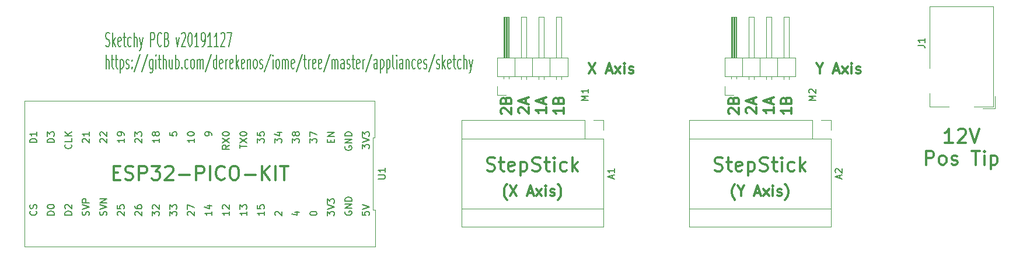
<source format=gbr>
G04 #@! TF.GenerationSoftware,KiCad,Pcbnew,5.99.0-unknown-c3175b4~86~ubuntu16.04.1*
G04 #@! TF.CreationDate,2019-11-27T13:40:58-05:00*
G04 #@! TF.ProjectId,sketchy,736b6574-6368-4792-9e6b-696361645f70,rev?*
G04 #@! TF.SameCoordinates,Original*
G04 #@! TF.FileFunction,Legend,Top*
G04 #@! TF.FilePolarity,Positive*
%FSLAX46Y46*%
G04 Gerber Fmt 4.6, Leading zero omitted, Abs format (unit mm)*
G04 Created by KiCad (PCBNEW 5.99.0-unknown-c3175b4~86~ubuntu16.04.1) date 2019-11-27 13:40:58*
%MOMM*%
%LPD*%
G04 APERTURE LIST*
%ADD10C,0.300000*%
%ADD11C,0.200000*%
%ADD12C,0.120000*%
%ADD13C,0.150000*%
G04 APERTURE END LIST*
D10*
X161457142Y-79990000D02*
X161385714Y-79918571D01*
X161242857Y-79704285D01*
X161171428Y-79561428D01*
X161100000Y-79347142D01*
X161028571Y-78990000D01*
X161028571Y-78704285D01*
X161100000Y-78347142D01*
X161171428Y-78132857D01*
X161242857Y-77990000D01*
X161385714Y-77775714D01*
X161457142Y-77704285D01*
X162314285Y-78704285D02*
X162314285Y-79418571D01*
X161814285Y-77918571D02*
X162314285Y-78704285D01*
X162814285Y-77918571D01*
X164385714Y-78990000D02*
X165100000Y-78990000D01*
X164242857Y-79418571D02*
X164742857Y-77918571D01*
X165242857Y-79418571D01*
X165600000Y-79418571D02*
X166385714Y-78418571D01*
X165600000Y-78418571D02*
X166385714Y-79418571D01*
X166957142Y-79418571D02*
X166957142Y-78418571D01*
X166957142Y-77918571D02*
X166885714Y-77990000D01*
X166957142Y-78061428D01*
X167028571Y-77990000D01*
X166957142Y-77918571D01*
X166957142Y-78061428D01*
X167600000Y-79347142D02*
X167742857Y-79418571D01*
X168028571Y-79418571D01*
X168171428Y-79347142D01*
X168242857Y-79204285D01*
X168242857Y-79132857D01*
X168171428Y-78990000D01*
X168028571Y-78918571D01*
X167814285Y-78918571D01*
X167671428Y-78847142D01*
X167600000Y-78704285D01*
X167600000Y-78632857D01*
X167671428Y-78490000D01*
X167814285Y-78418571D01*
X168028571Y-78418571D01*
X168171428Y-78490000D01*
X168742857Y-79990000D02*
X168814285Y-79918571D01*
X168957142Y-79704285D01*
X169028571Y-79561428D01*
X169100000Y-79347142D01*
X169171428Y-78990000D01*
X169171428Y-78704285D01*
X169100000Y-78347142D01*
X169028571Y-78132857D01*
X168957142Y-77990000D01*
X168814285Y-77775714D01*
X168742857Y-77704285D01*
X128365714Y-79990000D02*
X128294285Y-79918571D01*
X128151428Y-79704285D01*
X128080000Y-79561428D01*
X128008571Y-79347142D01*
X127937142Y-78990000D01*
X127937142Y-78704285D01*
X128008571Y-78347142D01*
X128080000Y-78132857D01*
X128151428Y-77990000D01*
X128294285Y-77775714D01*
X128365714Y-77704285D01*
X128794285Y-77918571D02*
X129794285Y-79418571D01*
X129794285Y-77918571D02*
X128794285Y-79418571D01*
X131437142Y-78990000D02*
X132151428Y-78990000D01*
X131294285Y-79418571D02*
X131794285Y-77918571D01*
X132294285Y-79418571D01*
X132651428Y-79418571D02*
X133437142Y-78418571D01*
X132651428Y-78418571D02*
X133437142Y-79418571D01*
X134008571Y-79418571D02*
X134008571Y-78418571D01*
X134008571Y-77918571D02*
X133937142Y-77990000D01*
X134008571Y-78061428D01*
X134080000Y-77990000D01*
X134008571Y-77918571D01*
X134008571Y-78061428D01*
X134651428Y-79347142D02*
X134794285Y-79418571D01*
X135080000Y-79418571D01*
X135222857Y-79347142D01*
X135294285Y-79204285D01*
X135294285Y-79132857D01*
X135222857Y-78990000D01*
X135080000Y-78918571D01*
X134865714Y-78918571D01*
X134722857Y-78847142D01*
X134651428Y-78704285D01*
X134651428Y-78632857D01*
X134722857Y-78490000D01*
X134865714Y-78418571D01*
X135080000Y-78418571D01*
X135222857Y-78490000D01*
X135794285Y-79990000D02*
X135865714Y-79918571D01*
X136008571Y-79704285D01*
X136080000Y-79561428D01*
X136151428Y-79347142D01*
X136222857Y-78990000D01*
X136222857Y-78704285D01*
X136151428Y-78347142D01*
X136080000Y-78132857D01*
X136008571Y-77990000D01*
X135865714Y-77775714D01*
X135794285Y-77704285D01*
X158528571Y-75739523D02*
X158814285Y-75834761D01*
X159290476Y-75834761D01*
X159480952Y-75739523D01*
X159576190Y-75644285D01*
X159671428Y-75453809D01*
X159671428Y-75263333D01*
X159576190Y-75072857D01*
X159480952Y-74977619D01*
X159290476Y-74882380D01*
X158909523Y-74787142D01*
X158719047Y-74691904D01*
X158623809Y-74596666D01*
X158528571Y-74406190D01*
X158528571Y-74215714D01*
X158623809Y-74025238D01*
X158719047Y-73930000D01*
X158909523Y-73834761D01*
X159385714Y-73834761D01*
X159671428Y-73930000D01*
X160242857Y-74501428D02*
X161004761Y-74501428D01*
X160528571Y-73834761D02*
X160528571Y-75549047D01*
X160623809Y-75739523D01*
X160814285Y-75834761D01*
X161004761Y-75834761D01*
X162433333Y-75739523D02*
X162242857Y-75834761D01*
X161861904Y-75834761D01*
X161671428Y-75739523D01*
X161576190Y-75549047D01*
X161576190Y-74787142D01*
X161671428Y-74596666D01*
X161861904Y-74501428D01*
X162242857Y-74501428D01*
X162433333Y-74596666D01*
X162528571Y-74787142D01*
X162528571Y-74977619D01*
X161576190Y-75168095D01*
X163385714Y-74501428D02*
X163385714Y-76501428D01*
X163385714Y-74596666D02*
X163576190Y-74501428D01*
X163957142Y-74501428D01*
X164147619Y-74596666D01*
X164242857Y-74691904D01*
X164338095Y-74882380D01*
X164338095Y-75453809D01*
X164242857Y-75644285D01*
X164147619Y-75739523D01*
X163957142Y-75834761D01*
X163576190Y-75834761D01*
X163385714Y-75739523D01*
X165100000Y-75739523D02*
X165385714Y-75834761D01*
X165861904Y-75834761D01*
X166052380Y-75739523D01*
X166147619Y-75644285D01*
X166242857Y-75453809D01*
X166242857Y-75263333D01*
X166147619Y-75072857D01*
X166052380Y-74977619D01*
X165861904Y-74882380D01*
X165480952Y-74787142D01*
X165290476Y-74691904D01*
X165195238Y-74596666D01*
X165100000Y-74406190D01*
X165100000Y-74215714D01*
X165195238Y-74025238D01*
X165290476Y-73930000D01*
X165480952Y-73834761D01*
X165957142Y-73834761D01*
X166242857Y-73930000D01*
X166814285Y-74501428D02*
X167576190Y-74501428D01*
X167100000Y-73834761D02*
X167100000Y-75549047D01*
X167195238Y-75739523D01*
X167385714Y-75834761D01*
X167576190Y-75834761D01*
X168242857Y-75834761D02*
X168242857Y-74501428D01*
X168242857Y-73834761D02*
X168147619Y-73930000D01*
X168242857Y-74025238D01*
X168338095Y-73930000D01*
X168242857Y-73834761D01*
X168242857Y-74025238D01*
X170052380Y-75739523D02*
X169861904Y-75834761D01*
X169480952Y-75834761D01*
X169290476Y-75739523D01*
X169195238Y-75644285D01*
X169100000Y-75453809D01*
X169100000Y-74882380D01*
X169195238Y-74691904D01*
X169290476Y-74596666D01*
X169480952Y-74501428D01*
X169861904Y-74501428D01*
X170052380Y-74596666D01*
X170909523Y-75834761D02*
X170909523Y-73834761D01*
X171100000Y-75072857D02*
X171671428Y-75834761D01*
X171671428Y-74501428D02*
X170909523Y-75263333D01*
X125508571Y-75739523D02*
X125794285Y-75834761D01*
X126270476Y-75834761D01*
X126460952Y-75739523D01*
X126556190Y-75644285D01*
X126651428Y-75453809D01*
X126651428Y-75263333D01*
X126556190Y-75072857D01*
X126460952Y-74977619D01*
X126270476Y-74882380D01*
X125889523Y-74787142D01*
X125699047Y-74691904D01*
X125603809Y-74596666D01*
X125508571Y-74406190D01*
X125508571Y-74215714D01*
X125603809Y-74025238D01*
X125699047Y-73930000D01*
X125889523Y-73834761D01*
X126365714Y-73834761D01*
X126651428Y-73930000D01*
X127222857Y-74501428D02*
X127984761Y-74501428D01*
X127508571Y-73834761D02*
X127508571Y-75549047D01*
X127603809Y-75739523D01*
X127794285Y-75834761D01*
X127984761Y-75834761D01*
X129413333Y-75739523D02*
X129222857Y-75834761D01*
X128841904Y-75834761D01*
X128651428Y-75739523D01*
X128556190Y-75549047D01*
X128556190Y-74787142D01*
X128651428Y-74596666D01*
X128841904Y-74501428D01*
X129222857Y-74501428D01*
X129413333Y-74596666D01*
X129508571Y-74787142D01*
X129508571Y-74977619D01*
X128556190Y-75168095D01*
X130365714Y-74501428D02*
X130365714Y-76501428D01*
X130365714Y-74596666D02*
X130556190Y-74501428D01*
X130937142Y-74501428D01*
X131127619Y-74596666D01*
X131222857Y-74691904D01*
X131318095Y-74882380D01*
X131318095Y-75453809D01*
X131222857Y-75644285D01*
X131127619Y-75739523D01*
X130937142Y-75834761D01*
X130556190Y-75834761D01*
X130365714Y-75739523D01*
X132080000Y-75739523D02*
X132365714Y-75834761D01*
X132841904Y-75834761D01*
X133032380Y-75739523D01*
X133127619Y-75644285D01*
X133222857Y-75453809D01*
X133222857Y-75263333D01*
X133127619Y-75072857D01*
X133032380Y-74977619D01*
X132841904Y-74882380D01*
X132460952Y-74787142D01*
X132270476Y-74691904D01*
X132175238Y-74596666D01*
X132080000Y-74406190D01*
X132080000Y-74215714D01*
X132175238Y-74025238D01*
X132270476Y-73930000D01*
X132460952Y-73834761D01*
X132937142Y-73834761D01*
X133222857Y-73930000D01*
X133794285Y-74501428D02*
X134556190Y-74501428D01*
X134080000Y-73834761D02*
X134080000Y-75549047D01*
X134175238Y-75739523D01*
X134365714Y-75834761D01*
X134556190Y-75834761D01*
X135222857Y-75834761D02*
X135222857Y-74501428D01*
X135222857Y-73834761D02*
X135127619Y-73930000D01*
X135222857Y-74025238D01*
X135318095Y-73930000D01*
X135222857Y-73834761D01*
X135222857Y-74025238D01*
X137032380Y-75739523D02*
X136841904Y-75834761D01*
X136460952Y-75834761D01*
X136270476Y-75739523D01*
X136175238Y-75644285D01*
X136080000Y-75453809D01*
X136080000Y-74882380D01*
X136175238Y-74691904D01*
X136270476Y-74596666D01*
X136460952Y-74501428D01*
X136841904Y-74501428D01*
X137032380Y-74596666D01*
X137889523Y-75834761D02*
X137889523Y-73834761D01*
X138080000Y-75072857D02*
X138651428Y-75834761D01*
X138651428Y-74501428D02*
X137889523Y-75263333D01*
D11*
X70170476Y-57619523D02*
X70313333Y-57714761D01*
X70551428Y-57714761D01*
X70646666Y-57619523D01*
X70694285Y-57524285D01*
X70741904Y-57333809D01*
X70741904Y-57143333D01*
X70694285Y-56952857D01*
X70646666Y-56857619D01*
X70551428Y-56762380D01*
X70360952Y-56667142D01*
X70265714Y-56571904D01*
X70218095Y-56476666D01*
X70170476Y-56286190D01*
X70170476Y-56095714D01*
X70218095Y-55905238D01*
X70265714Y-55810000D01*
X70360952Y-55714761D01*
X70599047Y-55714761D01*
X70741904Y-55810000D01*
X71170476Y-57714761D02*
X71170476Y-55714761D01*
X71265714Y-56952857D02*
X71551428Y-57714761D01*
X71551428Y-56381428D02*
X71170476Y-57143333D01*
X72360952Y-57619523D02*
X72265714Y-57714761D01*
X72075238Y-57714761D01*
X71980000Y-57619523D01*
X71932380Y-57429047D01*
X71932380Y-56667142D01*
X71980000Y-56476666D01*
X72075238Y-56381428D01*
X72265714Y-56381428D01*
X72360952Y-56476666D01*
X72408571Y-56667142D01*
X72408571Y-56857619D01*
X71932380Y-57048095D01*
X72694285Y-56381428D02*
X73075238Y-56381428D01*
X72837142Y-55714761D02*
X72837142Y-57429047D01*
X72884761Y-57619523D01*
X72980000Y-57714761D01*
X73075238Y-57714761D01*
X73837142Y-57619523D02*
X73741904Y-57714761D01*
X73551428Y-57714761D01*
X73456190Y-57619523D01*
X73408571Y-57524285D01*
X73360952Y-57333809D01*
X73360952Y-56762380D01*
X73408571Y-56571904D01*
X73456190Y-56476666D01*
X73551428Y-56381428D01*
X73741904Y-56381428D01*
X73837142Y-56476666D01*
X74265714Y-57714761D02*
X74265714Y-55714761D01*
X74694285Y-57714761D02*
X74694285Y-56667142D01*
X74646666Y-56476666D01*
X74551428Y-56381428D01*
X74408571Y-56381428D01*
X74313333Y-56476666D01*
X74265714Y-56571904D01*
X75075238Y-56381428D02*
X75313333Y-57714761D01*
X75551428Y-56381428D02*
X75313333Y-57714761D01*
X75218095Y-58190952D01*
X75170476Y-58286190D01*
X75075238Y-58381428D01*
X76694285Y-57714761D02*
X76694285Y-55714761D01*
X77075238Y-55714761D01*
X77170476Y-55810000D01*
X77218095Y-55905238D01*
X77265714Y-56095714D01*
X77265714Y-56381428D01*
X77218095Y-56571904D01*
X77170476Y-56667142D01*
X77075238Y-56762380D01*
X76694285Y-56762380D01*
X78265714Y-57524285D02*
X78218095Y-57619523D01*
X78075238Y-57714761D01*
X77980000Y-57714761D01*
X77837142Y-57619523D01*
X77741904Y-57429047D01*
X77694285Y-57238571D01*
X77646666Y-56857619D01*
X77646666Y-56571904D01*
X77694285Y-56190952D01*
X77741904Y-56000476D01*
X77837142Y-55810000D01*
X77980000Y-55714761D01*
X78075238Y-55714761D01*
X78218095Y-55810000D01*
X78265714Y-55905238D01*
X79027619Y-56667142D02*
X79170476Y-56762380D01*
X79218095Y-56857619D01*
X79265714Y-57048095D01*
X79265714Y-57333809D01*
X79218095Y-57524285D01*
X79170476Y-57619523D01*
X79075238Y-57714761D01*
X78694285Y-57714761D01*
X78694285Y-55714761D01*
X79027619Y-55714761D01*
X79122857Y-55810000D01*
X79170476Y-55905238D01*
X79218095Y-56095714D01*
X79218095Y-56286190D01*
X79170476Y-56476666D01*
X79122857Y-56571904D01*
X79027619Y-56667142D01*
X78694285Y-56667142D01*
X80360952Y-56381428D02*
X80599047Y-57714761D01*
X80837142Y-56381428D01*
X81170476Y-55905238D02*
X81218095Y-55810000D01*
X81313333Y-55714761D01*
X81551428Y-55714761D01*
X81646666Y-55810000D01*
X81694285Y-55905238D01*
X81741904Y-56095714D01*
X81741904Y-56286190D01*
X81694285Y-56571904D01*
X81122857Y-57714761D01*
X81741904Y-57714761D01*
X82360952Y-55714761D02*
X82456190Y-55714761D01*
X82551428Y-55810000D01*
X82599047Y-55905238D01*
X82646666Y-56095714D01*
X82694285Y-56476666D01*
X82694285Y-56952857D01*
X82646666Y-57333809D01*
X82599047Y-57524285D01*
X82551428Y-57619523D01*
X82456190Y-57714761D01*
X82360952Y-57714761D01*
X82265714Y-57619523D01*
X82218095Y-57524285D01*
X82170476Y-57333809D01*
X82122857Y-56952857D01*
X82122857Y-56476666D01*
X82170476Y-56095714D01*
X82218095Y-55905238D01*
X82265714Y-55810000D01*
X82360952Y-55714761D01*
X83646666Y-57714761D02*
X83075238Y-57714761D01*
X83360952Y-57714761D02*
X83360952Y-55714761D01*
X83265714Y-56000476D01*
X83170476Y-56190952D01*
X83075238Y-56286190D01*
X84122857Y-57714761D02*
X84313333Y-57714761D01*
X84408571Y-57619523D01*
X84456190Y-57524285D01*
X84551428Y-57238571D01*
X84599047Y-56857619D01*
X84599047Y-56095714D01*
X84551428Y-55905238D01*
X84503809Y-55810000D01*
X84408571Y-55714761D01*
X84218095Y-55714761D01*
X84122857Y-55810000D01*
X84075238Y-55905238D01*
X84027619Y-56095714D01*
X84027619Y-56571904D01*
X84075238Y-56762380D01*
X84122857Y-56857619D01*
X84218095Y-56952857D01*
X84408571Y-56952857D01*
X84503809Y-56857619D01*
X84551428Y-56762380D01*
X84599047Y-56571904D01*
X85551428Y-57714761D02*
X84980000Y-57714761D01*
X85265714Y-57714761D02*
X85265714Y-55714761D01*
X85170476Y-56000476D01*
X85075238Y-56190952D01*
X84980000Y-56286190D01*
X86503809Y-57714761D02*
X85932380Y-57714761D01*
X86218095Y-57714761D02*
X86218095Y-55714761D01*
X86122857Y-56000476D01*
X86027619Y-56190952D01*
X85932380Y-56286190D01*
X86884761Y-55905238D02*
X86932380Y-55810000D01*
X87027619Y-55714761D01*
X87265714Y-55714761D01*
X87360952Y-55810000D01*
X87408571Y-55905238D01*
X87456190Y-56095714D01*
X87456190Y-56286190D01*
X87408571Y-56571904D01*
X86837142Y-57714761D01*
X87456190Y-57714761D01*
X87789523Y-55714761D02*
X88456190Y-55714761D01*
X88027619Y-57714761D01*
X70218095Y-60934761D02*
X70218095Y-58934761D01*
X70646666Y-60934761D02*
X70646666Y-59887142D01*
X70599047Y-59696666D01*
X70503809Y-59601428D01*
X70360952Y-59601428D01*
X70265714Y-59696666D01*
X70218095Y-59791904D01*
X70980000Y-59601428D02*
X71360952Y-59601428D01*
X71122857Y-58934761D02*
X71122857Y-60649047D01*
X71170476Y-60839523D01*
X71265714Y-60934761D01*
X71360952Y-60934761D01*
X71551428Y-59601428D02*
X71932380Y-59601428D01*
X71694285Y-58934761D02*
X71694285Y-60649047D01*
X71741904Y-60839523D01*
X71837142Y-60934761D01*
X71932380Y-60934761D01*
X72265714Y-59601428D02*
X72265714Y-61601428D01*
X72265714Y-59696666D02*
X72360952Y-59601428D01*
X72551428Y-59601428D01*
X72646666Y-59696666D01*
X72694285Y-59791904D01*
X72741904Y-59982380D01*
X72741904Y-60553809D01*
X72694285Y-60744285D01*
X72646666Y-60839523D01*
X72551428Y-60934761D01*
X72360952Y-60934761D01*
X72265714Y-60839523D01*
X73122857Y-60839523D02*
X73218095Y-60934761D01*
X73408571Y-60934761D01*
X73503809Y-60839523D01*
X73551428Y-60649047D01*
X73551428Y-60553809D01*
X73503809Y-60363333D01*
X73408571Y-60268095D01*
X73265714Y-60268095D01*
X73170476Y-60172857D01*
X73122857Y-59982380D01*
X73122857Y-59887142D01*
X73170476Y-59696666D01*
X73265714Y-59601428D01*
X73408571Y-59601428D01*
X73503809Y-59696666D01*
X73980000Y-60744285D02*
X74027619Y-60839523D01*
X73980000Y-60934761D01*
X73932380Y-60839523D01*
X73980000Y-60744285D01*
X73980000Y-60934761D01*
X73980000Y-59696666D02*
X74027619Y-59791904D01*
X73980000Y-59887142D01*
X73932380Y-59791904D01*
X73980000Y-59696666D01*
X73980000Y-59887142D01*
X75170476Y-58839523D02*
X74313333Y-61410952D01*
X76218095Y-58839523D02*
X75360952Y-61410952D01*
X76980000Y-59601428D02*
X76980000Y-61220476D01*
X76932380Y-61410952D01*
X76884761Y-61506190D01*
X76789523Y-61601428D01*
X76646666Y-61601428D01*
X76551428Y-61506190D01*
X76980000Y-60839523D02*
X76884761Y-60934761D01*
X76694285Y-60934761D01*
X76599047Y-60839523D01*
X76551428Y-60744285D01*
X76503809Y-60553809D01*
X76503809Y-59982380D01*
X76551428Y-59791904D01*
X76599047Y-59696666D01*
X76694285Y-59601428D01*
X76884761Y-59601428D01*
X76980000Y-59696666D01*
X77456190Y-60934761D02*
X77456190Y-59601428D01*
X77456190Y-58934761D02*
X77408571Y-59030000D01*
X77456190Y-59125238D01*
X77503809Y-59030000D01*
X77456190Y-58934761D01*
X77456190Y-59125238D01*
X77789523Y-59601428D02*
X78170476Y-59601428D01*
X77932380Y-58934761D02*
X77932380Y-60649047D01*
X77980000Y-60839523D01*
X78075238Y-60934761D01*
X78170476Y-60934761D01*
X78503809Y-60934761D02*
X78503809Y-58934761D01*
X78932380Y-60934761D02*
X78932380Y-59887142D01*
X78884761Y-59696666D01*
X78789523Y-59601428D01*
X78646666Y-59601428D01*
X78551428Y-59696666D01*
X78503809Y-59791904D01*
X79837142Y-59601428D02*
X79837142Y-60934761D01*
X79408571Y-59601428D02*
X79408571Y-60649047D01*
X79456190Y-60839523D01*
X79551428Y-60934761D01*
X79694285Y-60934761D01*
X79789523Y-60839523D01*
X79837142Y-60744285D01*
X80313333Y-60934761D02*
X80313333Y-58934761D01*
X80313333Y-59696666D02*
X80408571Y-59601428D01*
X80599047Y-59601428D01*
X80694285Y-59696666D01*
X80741904Y-59791904D01*
X80789523Y-59982380D01*
X80789523Y-60553809D01*
X80741904Y-60744285D01*
X80694285Y-60839523D01*
X80599047Y-60934761D01*
X80408571Y-60934761D01*
X80313333Y-60839523D01*
X81218095Y-60744285D02*
X81265714Y-60839523D01*
X81218095Y-60934761D01*
X81170476Y-60839523D01*
X81218095Y-60744285D01*
X81218095Y-60934761D01*
X82122857Y-60839523D02*
X82027619Y-60934761D01*
X81837142Y-60934761D01*
X81741904Y-60839523D01*
X81694285Y-60744285D01*
X81646666Y-60553809D01*
X81646666Y-59982380D01*
X81694285Y-59791904D01*
X81741904Y-59696666D01*
X81837142Y-59601428D01*
X82027619Y-59601428D01*
X82122857Y-59696666D01*
X82694285Y-60934761D02*
X82599047Y-60839523D01*
X82551428Y-60744285D01*
X82503809Y-60553809D01*
X82503809Y-59982380D01*
X82551428Y-59791904D01*
X82599047Y-59696666D01*
X82694285Y-59601428D01*
X82837142Y-59601428D01*
X82932380Y-59696666D01*
X82980000Y-59791904D01*
X83027619Y-59982380D01*
X83027619Y-60553809D01*
X82980000Y-60744285D01*
X82932380Y-60839523D01*
X82837142Y-60934761D01*
X82694285Y-60934761D01*
X83456190Y-60934761D02*
X83456190Y-59601428D01*
X83456190Y-59791904D02*
X83503809Y-59696666D01*
X83599047Y-59601428D01*
X83741904Y-59601428D01*
X83837142Y-59696666D01*
X83884761Y-59887142D01*
X83884761Y-60934761D01*
X83884761Y-59887142D02*
X83932380Y-59696666D01*
X84027619Y-59601428D01*
X84170476Y-59601428D01*
X84265714Y-59696666D01*
X84313333Y-59887142D01*
X84313333Y-60934761D01*
X85503809Y-58839523D02*
X84646666Y-61410952D01*
X86265714Y-60934761D02*
X86265714Y-58934761D01*
X86265714Y-60839523D02*
X86170476Y-60934761D01*
X85980000Y-60934761D01*
X85884761Y-60839523D01*
X85837142Y-60744285D01*
X85789523Y-60553809D01*
X85789523Y-59982380D01*
X85837142Y-59791904D01*
X85884761Y-59696666D01*
X85980000Y-59601428D01*
X86170476Y-59601428D01*
X86265714Y-59696666D01*
X87122857Y-60839523D02*
X87027619Y-60934761D01*
X86837142Y-60934761D01*
X86741904Y-60839523D01*
X86694285Y-60649047D01*
X86694285Y-59887142D01*
X86741904Y-59696666D01*
X86837142Y-59601428D01*
X87027619Y-59601428D01*
X87122857Y-59696666D01*
X87170476Y-59887142D01*
X87170476Y-60077619D01*
X86694285Y-60268095D01*
X87599047Y-60934761D02*
X87599047Y-59601428D01*
X87599047Y-59982380D02*
X87646666Y-59791904D01*
X87694285Y-59696666D01*
X87789523Y-59601428D01*
X87884761Y-59601428D01*
X88599047Y-60839523D02*
X88503809Y-60934761D01*
X88313333Y-60934761D01*
X88218095Y-60839523D01*
X88170476Y-60649047D01*
X88170476Y-59887142D01*
X88218095Y-59696666D01*
X88313333Y-59601428D01*
X88503809Y-59601428D01*
X88599047Y-59696666D01*
X88646666Y-59887142D01*
X88646666Y-60077619D01*
X88170476Y-60268095D01*
X89075238Y-60934761D02*
X89075238Y-58934761D01*
X89170476Y-60172857D02*
X89456190Y-60934761D01*
X89456190Y-59601428D02*
X89075238Y-60363333D01*
X90265714Y-60839523D02*
X90170476Y-60934761D01*
X89980000Y-60934761D01*
X89884761Y-60839523D01*
X89837142Y-60649047D01*
X89837142Y-59887142D01*
X89884761Y-59696666D01*
X89980000Y-59601428D01*
X90170476Y-59601428D01*
X90265714Y-59696666D01*
X90313333Y-59887142D01*
X90313333Y-60077619D01*
X89837142Y-60268095D01*
X90741904Y-59601428D02*
X90741904Y-60934761D01*
X90741904Y-59791904D02*
X90789523Y-59696666D01*
X90884761Y-59601428D01*
X91027619Y-59601428D01*
X91122857Y-59696666D01*
X91170476Y-59887142D01*
X91170476Y-60934761D01*
X91789523Y-60934761D02*
X91694285Y-60839523D01*
X91646666Y-60744285D01*
X91599047Y-60553809D01*
X91599047Y-59982380D01*
X91646666Y-59791904D01*
X91694285Y-59696666D01*
X91789523Y-59601428D01*
X91932380Y-59601428D01*
X92027619Y-59696666D01*
X92075238Y-59791904D01*
X92122857Y-59982380D01*
X92122857Y-60553809D01*
X92075238Y-60744285D01*
X92027619Y-60839523D01*
X91932380Y-60934761D01*
X91789523Y-60934761D01*
X92503809Y-60839523D02*
X92599047Y-60934761D01*
X92789523Y-60934761D01*
X92884761Y-60839523D01*
X92932380Y-60649047D01*
X92932380Y-60553809D01*
X92884761Y-60363333D01*
X92789523Y-60268095D01*
X92646666Y-60268095D01*
X92551428Y-60172857D01*
X92503809Y-59982380D01*
X92503809Y-59887142D01*
X92551428Y-59696666D01*
X92646666Y-59601428D01*
X92789523Y-59601428D01*
X92884761Y-59696666D01*
X94075238Y-58839523D02*
X93218095Y-61410952D01*
X94408571Y-60934761D02*
X94408571Y-59601428D01*
X94408571Y-58934761D02*
X94360952Y-59030000D01*
X94408571Y-59125238D01*
X94456190Y-59030000D01*
X94408571Y-58934761D01*
X94408571Y-59125238D01*
X95027619Y-60934761D02*
X94932380Y-60839523D01*
X94884761Y-60744285D01*
X94837142Y-60553809D01*
X94837142Y-59982380D01*
X94884761Y-59791904D01*
X94932380Y-59696666D01*
X95027619Y-59601428D01*
X95170476Y-59601428D01*
X95265714Y-59696666D01*
X95313333Y-59791904D01*
X95360952Y-59982380D01*
X95360952Y-60553809D01*
X95313333Y-60744285D01*
X95265714Y-60839523D01*
X95170476Y-60934761D01*
X95027619Y-60934761D01*
X95789523Y-60934761D02*
X95789523Y-59601428D01*
X95789523Y-59791904D02*
X95837142Y-59696666D01*
X95932380Y-59601428D01*
X96075238Y-59601428D01*
X96170476Y-59696666D01*
X96218095Y-59887142D01*
X96218095Y-60934761D01*
X96218095Y-59887142D02*
X96265714Y-59696666D01*
X96360952Y-59601428D01*
X96503809Y-59601428D01*
X96599047Y-59696666D01*
X96646666Y-59887142D01*
X96646666Y-60934761D01*
X97503809Y-60839523D02*
X97408571Y-60934761D01*
X97218095Y-60934761D01*
X97122857Y-60839523D01*
X97075238Y-60649047D01*
X97075238Y-59887142D01*
X97122857Y-59696666D01*
X97218095Y-59601428D01*
X97408571Y-59601428D01*
X97503809Y-59696666D01*
X97551428Y-59887142D01*
X97551428Y-60077619D01*
X97075238Y-60268095D01*
X98694285Y-58839523D02*
X97837142Y-61410952D01*
X98884761Y-59601428D02*
X99265714Y-59601428D01*
X99027619Y-58934761D02*
X99027619Y-60649047D01*
X99075238Y-60839523D01*
X99170476Y-60934761D01*
X99265714Y-60934761D01*
X99599047Y-60934761D02*
X99599047Y-59601428D01*
X99599047Y-59982380D02*
X99646666Y-59791904D01*
X99694285Y-59696666D01*
X99789523Y-59601428D01*
X99884761Y-59601428D01*
X100599047Y-60839523D02*
X100503809Y-60934761D01*
X100313333Y-60934761D01*
X100218095Y-60839523D01*
X100170476Y-60649047D01*
X100170476Y-59887142D01*
X100218095Y-59696666D01*
X100313333Y-59601428D01*
X100503809Y-59601428D01*
X100599047Y-59696666D01*
X100646666Y-59887142D01*
X100646666Y-60077619D01*
X100170476Y-60268095D01*
X101456190Y-60839523D02*
X101360952Y-60934761D01*
X101170476Y-60934761D01*
X101075238Y-60839523D01*
X101027619Y-60649047D01*
X101027619Y-59887142D01*
X101075238Y-59696666D01*
X101170476Y-59601428D01*
X101360952Y-59601428D01*
X101456190Y-59696666D01*
X101503809Y-59887142D01*
X101503809Y-60077619D01*
X101027619Y-60268095D01*
X102646666Y-58839523D02*
X101789523Y-61410952D01*
X102980000Y-60934761D02*
X102980000Y-59601428D01*
X102980000Y-59791904D02*
X103027619Y-59696666D01*
X103122857Y-59601428D01*
X103265714Y-59601428D01*
X103360952Y-59696666D01*
X103408571Y-59887142D01*
X103408571Y-60934761D01*
X103408571Y-59887142D02*
X103456190Y-59696666D01*
X103551428Y-59601428D01*
X103694285Y-59601428D01*
X103789523Y-59696666D01*
X103837142Y-59887142D01*
X103837142Y-60934761D01*
X104741904Y-60934761D02*
X104741904Y-59887142D01*
X104694285Y-59696666D01*
X104599047Y-59601428D01*
X104408571Y-59601428D01*
X104313333Y-59696666D01*
X104741904Y-60839523D02*
X104646666Y-60934761D01*
X104408571Y-60934761D01*
X104313333Y-60839523D01*
X104265714Y-60649047D01*
X104265714Y-60458571D01*
X104313333Y-60268095D01*
X104408571Y-60172857D01*
X104646666Y-60172857D01*
X104741904Y-60077619D01*
X105170476Y-60839523D02*
X105265714Y-60934761D01*
X105456190Y-60934761D01*
X105551428Y-60839523D01*
X105599047Y-60649047D01*
X105599047Y-60553809D01*
X105551428Y-60363333D01*
X105456190Y-60268095D01*
X105313333Y-60268095D01*
X105218095Y-60172857D01*
X105170476Y-59982380D01*
X105170476Y-59887142D01*
X105218095Y-59696666D01*
X105313333Y-59601428D01*
X105456190Y-59601428D01*
X105551428Y-59696666D01*
X105884761Y-59601428D02*
X106265714Y-59601428D01*
X106027619Y-58934761D02*
X106027619Y-60649047D01*
X106075238Y-60839523D01*
X106170476Y-60934761D01*
X106265714Y-60934761D01*
X106980000Y-60839523D02*
X106884761Y-60934761D01*
X106694285Y-60934761D01*
X106599047Y-60839523D01*
X106551428Y-60649047D01*
X106551428Y-59887142D01*
X106599047Y-59696666D01*
X106694285Y-59601428D01*
X106884761Y-59601428D01*
X106980000Y-59696666D01*
X107027619Y-59887142D01*
X107027619Y-60077619D01*
X106551428Y-60268095D01*
X107456190Y-60934761D02*
X107456190Y-59601428D01*
X107456190Y-59982380D02*
X107503809Y-59791904D01*
X107551428Y-59696666D01*
X107646666Y-59601428D01*
X107741904Y-59601428D01*
X108789523Y-58839523D02*
X107932380Y-61410952D01*
X109551428Y-60934761D02*
X109551428Y-59887142D01*
X109503809Y-59696666D01*
X109408571Y-59601428D01*
X109218095Y-59601428D01*
X109122857Y-59696666D01*
X109551428Y-60839523D02*
X109456190Y-60934761D01*
X109218095Y-60934761D01*
X109122857Y-60839523D01*
X109075238Y-60649047D01*
X109075238Y-60458571D01*
X109122857Y-60268095D01*
X109218095Y-60172857D01*
X109456190Y-60172857D01*
X109551428Y-60077619D01*
X110027619Y-59601428D02*
X110027619Y-61601428D01*
X110027619Y-59696666D02*
X110122857Y-59601428D01*
X110313333Y-59601428D01*
X110408571Y-59696666D01*
X110456190Y-59791904D01*
X110503809Y-59982380D01*
X110503809Y-60553809D01*
X110456190Y-60744285D01*
X110408571Y-60839523D01*
X110313333Y-60934761D01*
X110122857Y-60934761D01*
X110027619Y-60839523D01*
X110932380Y-59601428D02*
X110932380Y-61601428D01*
X110932380Y-59696666D02*
X111027619Y-59601428D01*
X111218095Y-59601428D01*
X111313333Y-59696666D01*
X111360952Y-59791904D01*
X111408571Y-59982380D01*
X111408571Y-60553809D01*
X111360952Y-60744285D01*
X111313333Y-60839523D01*
X111218095Y-60934761D01*
X111027619Y-60934761D01*
X110932380Y-60839523D01*
X111980000Y-60934761D02*
X111884761Y-60839523D01*
X111837142Y-60649047D01*
X111837142Y-58934761D01*
X112360952Y-60934761D02*
X112360952Y-59601428D01*
X112360952Y-58934761D02*
X112313333Y-59030000D01*
X112360952Y-59125238D01*
X112408571Y-59030000D01*
X112360952Y-58934761D01*
X112360952Y-59125238D01*
X113265714Y-60934761D02*
X113265714Y-59887142D01*
X113218095Y-59696666D01*
X113122857Y-59601428D01*
X112932380Y-59601428D01*
X112837142Y-59696666D01*
X113265714Y-60839523D02*
X113170476Y-60934761D01*
X112932380Y-60934761D01*
X112837142Y-60839523D01*
X112789523Y-60649047D01*
X112789523Y-60458571D01*
X112837142Y-60268095D01*
X112932380Y-60172857D01*
X113170476Y-60172857D01*
X113265714Y-60077619D01*
X113741904Y-59601428D02*
X113741904Y-60934761D01*
X113741904Y-59791904D02*
X113789523Y-59696666D01*
X113884761Y-59601428D01*
X114027619Y-59601428D01*
X114122857Y-59696666D01*
X114170476Y-59887142D01*
X114170476Y-60934761D01*
X115075238Y-60839523D02*
X114980000Y-60934761D01*
X114789523Y-60934761D01*
X114694285Y-60839523D01*
X114646666Y-60744285D01*
X114599047Y-60553809D01*
X114599047Y-59982380D01*
X114646666Y-59791904D01*
X114694285Y-59696666D01*
X114789523Y-59601428D01*
X114980000Y-59601428D01*
X115075238Y-59696666D01*
X115884761Y-60839523D02*
X115789523Y-60934761D01*
X115599047Y-60934761D01*
X115503809Y-60839523D01*
X115456190Y-60649047D01*
X115456190Y-59887142D01*
X115503809Y-59696666D01*
X115599047Y-59601428D01*
X115789523Y-59601428D01*
X115884761Y-59696666D01*
X115932380Y-59887142D01*
X115932380Y-60077619D01*
X115456190Y-60268095D01*
X116313333Y-60839523D02*
X116408571Y-60934761D01*
X116599047Y-60934761D01*
X116694285Y-60839523D01*
X116741904Y-60649047D01*
X116741904Y-60553809D01*
X116694285Y-60363333D01*
X116599047Y-60268095D01*
X116456190Y-60268095D01*
X116360952Y-60172857D01*
X116313333Y-59982380D01*
X116313333Y-59887142D01*
X116360952Y-59696666D01*
X116456190Y-59601428D01*
X116599047Y-59601428D01*
X116694285Y-59696666D01*
X117884761Y-58839523D02*
X117027619Y-61410952D01*
X118170476Y-60839523D02*
X118265714Y-60934761D01*
X118456190Y-60934761D01*
X118551428Y-60839523D01*
X118599047Y-60649047D01*
X118599047Y-60553809D01*
X118551428Y-60363333D01*
X118456190Y-60268095D01*
X118313333Y-60268095D01*
X118218095Y-60172857D01*
X118170476Y-59982380D01*
X118170476Y-59887142D01*
X118218095Y-59696666D01*
X118313333Y-59601428D01*
X118456190Y-59601428D01*
X118551428Y-59696666D01*
X119027619Y-60934761D02*
X119027619Y-58934761D01*
X119122857Y-60172857D02*
X119408571Y-60934761D01*
X119408571Y-59601428D02*
X119027619Y-60363333D01*
X120218095Y-60839523D02*
X120122857Y-60934761D01*
X119932380Y-60934761D01*
X119837142Y-60839523D01*
X119789523Y-60649047D01*
X119789523Y-59887142D01*
X119837142Y-59696666D01*
X119932380Y-59601428D01*
X120122857Y-59601428D01*
X120218095Y-59696666D01*
X120265714Y-59887142D01*
X120265714Y-60077619D01*
X119789523Y-60268095D01*
X120551428Y-59601428D02*
X120932380Y-59601428D01*
X120694285Y-58934761D02*
X120694285Y-60649047D01*
X120741904Y-60839523D01*
X120837142Y-60934761D01*
X120932380Y-60934761D01*
X121694285Y-60839523D02*
X121599047Y-60934761D01*
X121408571Y-60934761D01*
X121313333Y-60839523D01*
X121265714Y-60744285D01*
X121218095Y-60553809D01*
X121218095Y-59982380D01*
X121265714Y-59791904D01*
X121313333Y-59696666D01*
X121408571Y-59601428D01*
X121599047Y-59601428D01*
X121694285Y-59696666D01*
X122122857Y-60934761D02*
X122122857Y-58934761D01*
X122551428Y-60934761D02*
X122551428Y-59887142D01*
X122503809Y-59696666D01*
X122408571Y-59601428D01*
X122265714Y-59601428D01*
X122170476Y-59696666D01*
X122122857Y-59791904D01*
X122932380Y-59601428D02*
X123170476Y-60934761D01*
X123408571Y-59601428D02*
X123170476Y-60934761D01*
X123075238Y-61410952D01*
X123027619Y-61506190D01*
X122932380Y-61601428D01*
D10*
X193071904Y-71684761D02*
X191929047Y-71684761D01*
X192500476Y-71684761D02*
X192500476Y-69684761D01*
X192310000Y-69970476D01*
X192119523Y-70160952D01*
X191929047Y-70256190D01*
X193833809Y-69875238D02*
X193929047Y-69780000D01*
X194119523Y-69684761D01*
X194595714Y-69684761D01*
X194786190Y-69780000D01*
X194881428Y-69875238D01*
X194976666Y-70065714D01*
X194976666Y-70256190D01*
X194881428Y-70541904D01*
X193738571Y-71684761D01*
X194976666Y-71684761D01*
X195548095Y-69684761D02*
X196214761Y-71684761D01*
X196881428Y-69684761D01*
X189167142Y-74904761D02*
X189167142Y-72904761D01*
X189929047Y-72904761D01*
X190119523Y-73000000D01*
X190214761Y-73095238D01*
X190310000Y-73285714D01*
X190310000Y-73571428D01*
X190214761Y-73761904D01*
X190119523Y-73857142D01*
X189929047Y-73952380D01*
X189167142Y-73952380D01*
X191452857Y-74904761D02*
X191262380Y-74809523D01*
X191167142Y-74714285D01*
X191071904Y-74523809D01*
X191071904Y-73952380D01*
X191167142Y-73761904D01*
X191262380Y-73666666D01*
X191452857Y-73571428D01*
X191738571Y-73571428D01*
X191929047Y-73666666D01*
X192024285Y-73761904D01*
X192119523Y-73952380D01*
X192119523Y-74523809D01*
X192024285Y-74714285D01*
X191929047Y-74809523D01*
X191738571Y-74904761D01*
X191452857Y-74904761D01*
X192881428Y-74809523D02*
X193071904Y-74904761D01*
X193452857Y-74904761D01*
X193643333Y-74809523D01*
X193738571Y-74619047D01*
X193738571Y-74523809D01*
X193643333Y-74333333D01*
X193452857Y-74238095D01*
X193167142Y-74238095D01*
X192976666Y-74142857D01*
X192881428Y-73952380D01*
X192881428Y-73857142D01*
X192976666Y-73666666D01*
X193167142Y-73571428D01*
X193452857Y-73571428D01*
X193643333Y-73666666D01*
X195833809Y-72904761D02*
X196976666Y-72904761D01*
X196405238Y-74904761D02*
X196405238Y-72904761D01*
X197643333Y-74904761D02*
X197643333Y-73571428D01*
X197643333Y-72904761D02*
X197548095Y-73000000D01*
X197643333Y-73095238D01*
X197738571Y-73000000D01*
X197643333Y-72904761D01*
X197643333Y-73095238D01*
X198595714Y-73571428D02*
X198595714Y-75571428D01*
X198595714Y-73666666D02*
X198786190Y-73571428D01*
X199167142Y-73571428D01*
X199357619Y-73666666D01*
X199452857Y-73761904D01*
X199548095Y-73952380D01*
X199548095Y-74523809D01*
X199452857Y-74714285D01*
X199357619Y-74809523D01*
X199167142Y-74904761D01*
X198786190Y-74904761D01*
X198595714Y-74809523D01*
X163189898Y-67414438D02*
X163118470Y-67343010D01*
X163047041Y-67200152D01*
X163047041Y-66843010D01*
X163118470Y-66700152D01*
X163189898Y-66628724D01*
X163332755Y-66557295D01*
X163475612Y-66557295D01*
X163689898Y-66628724D01*
X164547041Y-67485867D01*
X164547041Y-66557295D01*
X164118470Y-65985867D02*
X164118470Y-65271581D01*
X164547041Y-66128724D02*
X163047041Y-65628724D01*
X164547041Y-65128724D01*
X167087041Y-66557295D02*
X167087041Y-67414438D01*
X167087041Y-66985867D02*
X165587041Y-66985867D01*
X165801327Y-67128724D01*
X165944184Y-67271581D01*
X166015612Y-67414438D01*
X166658470Y-65985867D02*
X166658470Y-65271581D01*
X167087041Y-66128724D02*
X165587041Y-65628724D01*
X167087041Y-65128724D01*
X169627041Y-66664438D02*
X169627041Y-67521581D01*
X169627041Y-67093010D02*
X168127041Y-67093010D01*
X168341327Y-67235867D01*
X168484184Y-67378724D01*
X168555612Y-67521581D01*
X168841327Y-65521581D02*
X168912755Y-65307295D01*
X168984184Y-65235867D01*
X169127041Y-65164438D01*
X169341327Y-65164438D01*
X169484184Y-65235867D01*
X169555612Y-65307295D01*
X169627041Y-65450152D01*
X169627041Y-66021581D01*
X168127041Y-66021581D01*
X168127041Y-65521581D01*
X168198470Y-65378724D01*
X168269898Y-65307295D01*
X168412755Y-65235867D01*
X168555612Y-65235867D01*
X168698470Y-65307295D01*
X168769898Y-65378724D01*
X168841327Y-65521581D01*
X168841327Y-66021581D01*
X160649898Y-67521581D02*
X160578470Y-67450152D01*
X160507041Y-67307295D01*
X160507041Y-66950152D01*
X160578470Y-66807295D01*
X160649898Y-66735867D01*
X160792755Y-66664438D01*
X160935612Y-66664438D01*
X161149898Y-66735867D01*
X162007041Y-67593010D01*
X162007041Y-66664438D01*
X161221327Y-65521581D02*
X161292755Y-65307295D01*
X161364184Y-65235867D01*
X161507041Y-65164438D01*
X161721327Y-65164438D01*
X161864184Y-65235867D01*
X161935612Y-65307295D01*
X162007041Y-65450152D01*
X162007041Y-66021581D01*
X160507041Y-66021581D01*
X160507041Y-65521581D01*
X160578470Y-65378724D01*
X160649898Y-65307295D01*
X160792755Y-65235867D01*
X160935612Y-65235867D01*
X161078470Y-65307295D01*
X161149898Y-65378724D01*
X161221327Y-65521581D01*
X161221327Y-66021581D01*
X127629898Y-67521581D02*
X127558470Y-67450152D01*
X127487041Y-67307295D01*
X127487041Y-66950152D01*
X127558470Y-66807295D01*
X127629898Y-66735867D01*
X127772755Y-66664438D01*
X127915612Y-66664438D01*
X128129898Y-66735867D01*
X128987041Y-67593010D01*
X128987041Y-66664438D01*
X128201327Y-65521581D02*
X128272755Y-65307295D01*
X128344184Y-65235867D01*
X128487041Y-65164438D01*
X128701327Y-65164438D01*
X128844184Y-65235867D01*
X128915612Y-65307295D01*
X128987041Y-65450152D01*
X128987041Y-66021581D01*
X127487041Y-66021581D01*
X127487041Y-65521581D01*
X127558470Y-65378724D01*
X127629898Y-65307295D01*
X127772755Y-65235867D01*
X127915612Y-65235867D01*
X128058470Y-65307295D01*
X128129898Y-65378724D01*
X128201327Y-65521581D01*
X128201327Y-66021581D01*
X130169898Y-67414438D02*
X130098470Y-67343010D01*
X130027041Y-67200152D01*
X130027041Y-66843010D01*
X130098470Y-66700152D01*
X130169898Y-66628724D01*
X130312755Y-66557295D01*
X130455612Y-66557295D01*
X130669898Y-66628724D01*
X131527041Y-67485867D01*
X131527041Y-66557295D01*
X131098470Y-65985867D02*
X131098470Y-65271581D01*
X131527041Y-66128724D02*
X130027041Y-65628724D01*
X131527041Y-65128724D01*
X134067041Y-66557295D02*
X134067041Y-67414438D01*
X134067041Y-66985867D02*
X132567041Y-66985867D01*
X132781327Y-67128724D01*
X132924184Y-67271581D01*
X132995612Y-67414438D01*
X133638470Y-65985867D02*
X133638470Y-65271581D01*
X134067041Y-66128724D02*
X132567041Y-65628724D01*
X134067041Y-65128724D01*
X136607041Y-66664438D02*
X136607041Y-67521581D01*
X136607041Y-67093010D02*
X135107041Y-67093010D01*
X135321327Y-67235867D01*
X135464184Y-67378724D01*
X135535612Y-67521581D01*
X135821327Y-65521581D02*
X135892755Y-65307295D01*
X135964184Y-65235867D01*
X136107041Y-65164438D01*
X136321327Y-65164438D01*
X136464184Y-65235867D01*
X136535612Y-65307295D01*
X136607041Y-65450152D01*
X136607041Y-66021581D01*
X135107041Y-66021581D01*
X135107041Y-65521581D01*
X135178470Y-65378724D01*
X135249898Y-65307295D01*
X135392755Y-65235867D01*
X135535612Y-65235867D01*
X135678470Y-65307295D01*
X135749898Y-65378724D01*
X135821327Y-65521581D01*
X135821327Y-66021581D01*
X173744285Y-60924285D02*
X173744285Y-61638571D01*
X173244285Y-60138571D02*
X173744285Y-60924285D01*
X174244285Y-60138571D01*
X175815714Y-61210000D02*
X176530000Y-61210000D01*
X175672857Y-61638571D02*
X176172857Y-60138571D01*
X176672857Y-61638571D01*
X177030000Y-61638571D02*
X177815714Y-60638571D01*
X177030000Y-60638571D02*
X177815714Y-61638571D01*
X178387142Y-61638571D02*
X178387142Y-60638571D01*
X178387142Y-60138571D02*
X178315714Y-60210000D01*
X178387142Y-60281428D01*
X178458571Y-60210000D01*
X178387142Y-60138571D01*
X178387142Y-60281428D01*
X179030000Y-61567142D02*
X179172857Y-61638571D01*
X179458571Y-61638571D01*
X179601428Y-61567142D01*
X179672857Y-61424285D01*
X179672857Y-61352857D01*
X179601428Y-61210000D01*
X179458571Y-61138571D01*
X179244285Y-61138571D01*
X179101428Y-61067142D01*
X179030000Y-60924285D01*
X179030000Y-60852857D01*
X179101428Y-60710000D01*
X179244285Y-60638571D01*
X179458571Y-60638571D01*
X179601428Y-60710000D01*
X140224285Y-60138571D02*
X141224285Y-61638571D01*
X141224285Y-60138571D02*
X140224285Y-61638571D01*
X142867142Y-61210000D02*
X143581428Y-61210000D01*
X142724285Y-61638571D02*
X143224285Y-60138571D01*
X143724285Y-61638571D01*
X144081428Y-61638571D02*
X144867142Y-60638571D01*
X144081428Y-60638571D02*
X144867142Y-61638571D01*
X145438571Y-61638571D02*
X145438571Y-60638571D01*
X145438571Y-60138571D02*
X145367142Y-60210000D01*
X145438571Y-60281428D01*
X145510000Y-60210000D01*
X145438571Y-60138571D01*
X145438571Y-60281428D01*
X146081428Y-61567142D02*
X146224285Y-61638571D01*
X146510000Y-61638571D01*
X146652857Y-61567142D01*
X146724285Y-61424285D01*
X146724285Y-61352857D01*
X146652857Y-61210000D01*
X146510000Y-61138571D01*
X146295714Y-61138571D01*
X146152857Y-61067142D01*
X146081428Y-60924285D01*
X146081428Y-60852857D01*
X146152857Y-60710000D01*
X146295714Y-60638571D01*
X146510000Y-60638571D01*
X146652857Y-60710000D01*
D12*
X159960000Y-62060000D02*
X170240000Y-62060000D01*
X170240000Y-62060000D02*
X170240000Y-59400000D01*
X170240000Y-59400000D02*
X159960000Y-59400000D01*
X159960000Y-59400000D02*
X159960000Y-62060000D01*
X160910000Y-59400000D02*
X160910000Y-53400000D01*
X160910000Y-53400000D02*
X161670000Y-53400000D01*
X161670000Y-53400000D02*
X161670000Y-59400000D01*
X160970000Y-59400000D02*
X160970000Y-53400000D01*
X161090000Y-59400000D02*
X161090000Y-53400000D01*
X161210000Y-59400000D02*
X161210000Y-53400000D01*
X161330000Y-59400000D02*
X161330000Y-53400000D01*
X161450000Y-59400000D02*
X161450000Y-53400000D01*
X161570000Y-59400000D02*
X161570000Y-53400000D01*
X160910000Y-62390000D02*
X160910000Y-62060000D01*
X161670000Y-62390000D02*
X161670000Y-62060000D01*
X162560000Y-62060000D02*
X162560000Y-59400000D01*
X163450000Y-59400000D02*
X163450000Y-53400000D01*
X163450000Y-53400000D02*
X164210000Y-53400000D01*
X164210000Y-53400000D02*
X164210000Y-59400000D01*
X163450000Y-62457071D02*
X163450000Y-62060000D01*
X164210000Y-62457071D02*
X164210000Y-62060000D01*
X165100000Y-62060000D02*
X165100000Y-59400000D01*
X165990000Y-59400000D02*
X165990000Y-53400000D01*
X165990000Y-53400000D02*
X166750000Y-53400000D01*
X166750000Y-53400000D02*
X166750000Y-59400000D01*
X165990000Y-62457071D02*
X165990000Y-62060000D01*
X166750000Y-62457071D02*
X166750000Y-62060000D01*
X167640000Y-62060000D02*
X167640000Y-59400000D01*
X168530000Y-59400000D02*
X168530000Y-53400000D01*
X168530000Y-53400000D02*
X169290000Y-53400000D01*
X169290000Y-53400000D02*
X169290000Y-59400000D01*
X168530000Y-62457071D02*
X168530000Y-62060000D01*
X169290000Y-62457071D02*
X169290000Y-62060000D01*
X161290000Y-64770000D02*
X160020000Y-64770000D01*
X160020000Y-64770000D02*
X160020000Y-63500000D01*
X126940000Y-62060000D02*
X137220000Y-62060000D01*
X137220000Y-62060000D02*
X137220000Y-59400000D01*
X137220000Y-59400000D02*
X126940000Y-59400000D01*
X126940000Y-59400000D02*
X126940000Y-62060000D01*
X127890000Y-59400000D02*
X127890000Y-53400000D01*
X127890000Y-53400000D02*
X128650000Y-53400000D01*
X128650000Y-53400000D02*
X128650000Y-59400000D01*
X127950000Y-59400000D02*
X127950000Y-53400000D01*
X128070000Y-59400000D02*
X128070000Y-53400000D01*
X128190000Y-59400000D02*
X128190000Y-53400000D01*
X128310000Y-59400000D02*
X128310000Y-53400000D01*
X128430000Y-59400000D02*
X128430000Y-53400000D01*
X128550000Y-59400000D02*
X128550000Y-53400000D01*
X127890000Y-62390000D02*
X127890000Y-62060000D01*
X128650000Y-62390000D02*
X128650000Y-62060000D01*
X129540000Y-62060000D02*
X129540000Y-59400000D01*
X130430000Y-59400000D02*
X130430000Y-53400000D01*
X130430000Y-53400000D02*
X131190000Y-53400000D01*
X131190000Y-53400000D02*
X131190000Y-59400000D01*
X130430000Y-62457071D02*
X130430000Y-62060000D01*
X131190000Y-62457071D02*
X131190000Y-62060000D01*
X132080000Y-62060000D02*
X132080000Y-59400000D01*
X132970000Y-59400000D02*
X132970000Y-53400000D01*
X132970000Y-53400000D02*
X133730000Y-53400000D01*
X133730000Y-53400000D02*
X133730000Y-59400000D01*
X132970000Y-62457071D02*
X132970000Y-62060000D01*
X133730000Y-62457071D02*
X133730000Y-62060000D01*
X134620000Y-62060000D02*
X134620000Y-59400000D01*
X135510000Y-59400000D02*
X135510000Y-53400000D01*
X135510000Y-53400000D02*
X136270000Y-53400000D01*
X136270000Y-53400000D02*
X136270000Y-59400000D01*
X135510000Y-62457071D02*
X135510000Y-62060000D01*
X136270000Y-62457071D02*
X136270000Y-62060000D01*
X128270000Y-64770000D02*
X127000000Y-64770000D01*
X127000000Y-64770000D02*
X127000000Y-63500000D01*
X175390000Y-81280000D02*
X154810000Y-81280000D01*
X172720000Y-71120000D02*
X154810000Y-71120000D01*
X175390000Y-69850000D02*
X175390000Y-68450000D01*
X175390000Y-68450000D02*
X173990000Y-68450000D01*
X175390000Y-71120000D02*
X172720000Y-71120000D01*
X172720000Y-71120000D02*
X172720000Y-68450000D01*
X172720000Y-68450000D02*
X154810000Y-68450000D01*
X154810000Y-68450000D02*
X154810000Y-83950000D01*
X154810000Y-83950000D02*
X175390000Y-83950000D01*
X175390000Y-83950000D02*
X175390000Y-71120000D01*
X142370000Y-81280000D02*
X121790000Y-81280000D01*
X139700000Y-71120000D02*
X121790000Y-71120000D01*
X142370000Y-69850000D02*
X142370000Y-68450000D01*
X142370000Y-68450000D02*
X140970000Y-68450000D01*
X142370000Y-71120000D02*
X139700000Y-71120000D01*
X139700000Y-71120000D02*
X139700000Y-68450000D01*
X139700000Y-68450000D02*
X121790000Y-68450000D01*
X121790000Y-68450000D02*
X121790000Y-83950000D01*
X121790000Y-83950000D02*
X142370000Y-83950000D01*
X142370000Y-83950000D02*
X142370000Y-71120000D01*
X109220000Y-65610001D02*
X58420000Y-65610000D01*
X58420000Y-65610000D02*
X58420000Y-86789999D01*
X58420000Y-86789999D02*
X109250000Y-86790000D01*
X109250000Y-86790000D02*
X109250000Y-81423333D01*
X109250000Y-81423333D02*
X108890000Y-81423333D01*
X108890000Y-81423333D02*
X108890000Y-70976667D01*
X108890000Y-70976667D02*
X109220000Y-70976667D01*
X109220000Y-70976667D02*
X109220000Y-65610001D01*
X199150000Y-66730000D02*
X197410000Y-66730000D01*
X199150000Y-64990000D02*
X199150000Y-66730000D01*
X189710000Y-66490000D02*
X189710000Y-64490000D01*
X192510000Y-66490000D02*
X189710000Y-66490000D01*
X198910000Y-66490000D02*
X196110000Y-66490000D01*
X198910000Y-51890000D02*
X198910000Y-66490000D01*
X189710000Y-51890000D02*
X198910000Y-51890000D01*
X189710000Y-60890000D02*
X189710000Y-51890000D01*
D13*
X173172380Y-65579523D02*
X172172380Y-65579523D01*
X172886666Y-65246190D01*
X172172380Y-64912857D01*
X173172380Y-64912857D01*
X172267619Y-64484285D02*
X172220000Y-64436666D01*
X172172380Y-64341428D01*
X172172380Y-64103333D01*
X172220000Y-64008095D01*
X172267619Y-63960476D01*
X172362857Y-63912857D01*
X172458095Y-63912857D01*
X172600952Y-63960476D01*
X173172380Y-64531904D01*
X173172380Y-63912857D01*
X140152380Y-65579523D02*
X139152380Y-65579523D01*
X139866666Y-65246190D01*
X139152380Y-64912857D01*
X140152380Y-64912857D01*
X140152380Y-63912857D02*
X140152380Y-64484285D01*
X140152380Y-64198571D02*
X139152380Y-64198571D01*
X139295238Y-64293809D01*
X139390476Y-64389047D01*
X139438095Y-64484285D01*
X176696666Y-76914285D02*
X176696666Y-76438095D01*
X176982380Y-77009523D02*
X175982380Y-76676190D01*
X176982380Y-76342857D01*
X176077619Y-76057142D02*
X176030000Y-76009523D01*
X175982380Y-75914285D01*
X175982380Y-75676190D01*
X176030000Y-75580952D01*
X176077619Y-75533333D01*
X176172857Y-75485714D01*
X176268095Y-75485714D01*
X176410952Y-75533333D01*
X176982380Y-76104761D01*
X176982380Y-75485714D01*
X143676666Y-76914285D02*
X143676666Y-76438095D01*
X143962380Y-77009523D02*
X142962380Y-76676190D01*
X143962380Y-76342857D01*
X143962380Y-75485714D02*
X143962380Y-76057142D01*
X143962380Y-75771428D02*
X142962380Y-75771428D01*
X143105238Y-75866666D01*
X143200476Y-75961904D01*
X143248095Y-76057142D01*
X109702380Y-76961904D02*
X110511904Y-76961904D01*
X110607142Y-76914285D01*
X110654761Y-76866666D01*
X110702380Y-76771428D01*
X110702380Y-76580952D01*
X110654761Y-76485714D01*
X110607142Y-76438095D01*
X110511904Y-76390476D01*
X109702380Y-76390476D01*
X110702380Y-75390476D02*
X110702380Y-75961904D01*
X110702380Y-75676190D02*
X109702380Y-75676190D01*
X109845238Y-75771428D01*
X109940476Y-75866666D01*
X109988095Y-75961904D01*
D10*
X71296190Y-76057142D02*
X71962857Y-76057142D01*
X72248571Y-77104761D02*
X71296190Y-77104761D01*
X71296190Y-75104761D01*
X72248571Y-75104761D01*
X73010476Y-77009523D02*
X73296190Y-77104761D01*
X73772380Y-77104761D01*
X73962857Y-77009523D01*
X74058095Y-76914285D01*
X74153333Y-76723809D01*
X74153333Y-76533333D01*
X74058095Y-76342857D01*
X73962857Y-76247619D01*
X73772380Y-76152380D01*
X73391428Y-76057142D01*
X73200952Y-75961904D01*
X73105714Y-75866666D01*
X73010476Y-75676190D01*
X73010476Y-75485714D01*
X73105714Y-75295238D01*
X73200952Y-75200000D01*
X73391428Y-75104761D01*
X73867619Y-75104761D01*
X74153333Y-75200000D01*
X75010476Y-77104761D02*
X75010476Y-75104761D01*
X75772380Y-75104761D01*
X75962857Y-75200000D01*
X76058095Y-75295238D01*
X76153333Y-75485714D01*
X76153333Y-75771428D01*
X76058095Y-75961904D01*
X75962857Y-76057142D01*
X75772380Y-76152380D01*
X75010476Y-76152380D01*
X76820000Y-75104761D02*
X78058095Y-75104761D01*
X77391428Y-75866666D01*
X77677142Y-75866666D01*
X77867619Y-75961904D01*
X77962857Y-76057142D01*
X78058095Y-76247619D01*
X78058095Y-76723809D01*
X77962857Y-76914285D01*
X77867619Y-77009523D01*
X77677142Y-77104761D01*
X77105714Y-77104761D01*
X76915238Y-77009523D01*
X76820000Y-76914285D01*
X78820000Y-75295238D02*
X78915238Y-75200000D01*
X79105714Y-75104761D01*
X79581904Y-75104761D01*
X79772380Y-75200000D01*
X79867619Y-75295238D01*
X79962857Y-75485714D01*
X79962857Y-75676190D01*
X79867619Y-75961904D01*
X78724761Y-77104761D01*
X79962857Y-77104761D01*
X80820000Y-76342857D02*
X82343809Y-76342857D01*
X83296190Y-77104761D02*
X83296190Y-75104761D01*
X84058095Y-75104761D01*
X84248571Y-75200000D01*
X84343809Y-75295238D01*
X84439047Y-75485714D01*
X84439047Y-75771428D01*
X84343809Y-75961904D01*
X84248571Y-76057142D01*
X84058095Y-76152380D01*
X83296190Y-76152380D01*
X85296190Y-77104761D02*
X85296190Y-75104761D01*
X87391428Y-76914285D02*
X87296190Y-77009523D01*
X87010476Y-77104761D01*
X86820000Y-77104761D01*
X86534285Y-77009523D01*
X86343809Y-76819047D01*
X86248571Y-76628571D01*
X86153333Y-76247619D01*
X86153333Y-75961904D01*
X86248571Y-75580952D01*
X86343809Y-75390476D01*
X86534285Y-75200000D01*
X86820000Y-75104761D01*
X87010476Y-75104761D01*
X87296190Y-75200000D01*
X87391428Y-75295238D01*
X88629523Y-75104761D02*
X89010476Y-75104761D01*
X89200952Y-75200000D01*
X89391428Y-75390476D01*
X89486666Y-75771428D01*
X89486666Y-76438095D01*
X89391428Y-76819047D01*
X89200952Y-77009523D01*
X89010476Y-77104761D01*
X88629523Y-77104761D01*
X88439047Y-77009523D01*
X88248571Y-76819047D01*
X88153333Y-76438095D01*
X88153333Y-75771428D01*
X88248571Y-75390476D01*
X88439047Y-75200000D01*
X88629523Y-75104761D01*
X90343809Y-76342857D02*
X91867619Y-76342857D01*
X92820000Y-77104761D02*
X92820000Y-75104761D01*
X93962857Y-77104761D02*
X93105714Y-75961904D01*
X93962857Y-75104761D02*
X92820000Y-76247619D01*
X94820000Y-77104761D02*
X94820000Y-75104761D01*
X95486666Y-75104761D02*
X96629523Y-75104761D01*
X96058095Y-77104761D02*
X96058095Y-75104761D01*
D13*
X107402380Y-72566547D02*
X107402380Y-71947500D01*
X107783333Y-72280833D01*
X107783333Y-72137976D01*
X107830952Y-72042738D01*
X107878571Y-71995119D01*
X107973809Y-71947500D01*
X108211904Y-71947500D01*
X108307142Y-71995119D01*
X108354761Y-72042738D01*
X108402380Y-72137976D01*
X108402380Y-72423690D01*
X108354761Y-72518928D01*
X108307142Y-72566547D01*
X107402380Y-71661785D02*
X108402380Y-71328452D01*
X107402380Y-70995119D01*
X107402380Y-70757023D02*
X107402380Y-70137976D01*
X107783333Y-70471309D01*
X107783333Y-70328452D01*
X107830952Y-70233214D01*
X107878571Y-70185595D01*
X107973809Y-70137976D01*
X108211904Y-70137976D01*
X108307142Y-70185595D01*
X108354761Y-70233214D01*
X108402380Y-70328452D01*
X108402380Y-70614166D01*
X108354761Y-70709404D01*
X108307142Y-70757023D01*
X104910000Y-72233214D02*
X104862380Y-72328452D01*
X104862380Y-72471309D01*
X104910000Y-72614166D01*
X105005238Y-72709404D01*
X105100476Y-72757023D01*
X105290952Y-72804642D01*
X105433809Y-72804642D01*
X105624285Y-72757023D01*
X105719523Y-72709404D01*
X105814761Y-72614166D01*
X105862380Y-72471309D01*
X105862380Y-72376071D01*
X105814761Y-72233214D01*
X105767142Y-72185595D01*
X105433809Y-72185595D01*
X105433809Y-72376071D01*
X105862380Y-71757023D02*
X104862380Y-71757023D01*
X105862380Y-71185595D01*
X104862380Y-71185595D01*
X105862380Y-70709404D02*
X104862380Y-70709404D01*
X104862380Y-70471309D01*
X104910000Y-70328452D01*
X105005238Y-70233214D01*
X105100476Y-70185595D01*
X105290952Y-70137976D01*
X105433809Y-70137976D01*
X105624285Y-70185595D01*
X105719523Y-70233214D01*
X105814761Y-70328452D01*
X105862380Y-70471309D01*
X105862380Y-70709404D01*
X102798571Y-71661785D02*
X102798571Y-71328452D01*
X103322380Y-71185595D02*
X103322380Y-71661785D01*
X102322380Y-71661785D01*
X102322380Y-71185595D01*
X103322380Y-70757023D02*
X102322380Y-70757023D01*
X103322380Y-70185595D01*
X102322380Y-70185595D01*
X99782380Y-71709404D02*
X99782380Y-71090357D01*
X100163333Y-71423690D01*
X100163333Y-71280833D01*
X100210952Y-71185595D01*
X100258571Y-71137976D01*
X100353809Y-71090357D01*
X100591904Y-71090357D01*
X100687142Y-71137976D01*
X100734761Y-71185595D01*
X100782380Y-71280833D01*
X100782380Y-71566547D01*
X100734761Y-71661785D01*
X100687142Y-71709404D01*
X99782380Y-70757023D02*
X99782380Y-70090357D01*
X100782380Y-70518928D01*
X97242380Y-71709404D02*
X97242380Y-71090357D01*
X97623333Y-71423690D01*
X97623333Y-71280833D01*
X97670952Y-71185595D01*
X97718571Y-71137976D01*
X97813809Y-71090357D01*
X98051904Y-71090357D01*
X98147142Y-71137976D01*
X98194761Y-71185595D01*
X98242380Y-71280833D01*
X98242380Y-71566547D01*
X98194761Y-71661785D01*
X98147142Y-71709404D01*
X97670952Y-70518928D02*
X97623333Y-70614166D01*
X97575714Y-70661785D01*
X97480476Y-70709404D01*
X97432857Y-70709404D01*
X97337619Y-70661785D01*
X97290000Y-70614166D01*
X97242380Y-70518928D01*
X97242380Y-70328452D01*
X97290000Y-70233214D01*
X97337619Y-70185595D01*
X97432857Y-70137976D01*
X97480476Y-70137976D01*
X97575714Y-70185595D01*
X97623333Y-70233214D01*
X97670952Y-70328452D01*
X97670952Y-70518928D01*
X97718571Y-70614166D01*
X97766190Y-70661785D01*
X97861428Y-70709404D01*
X98051904Y-70709404D01*
X98147142Y-70661785D01*
X98194761Y-70614166D01*
X98242380Y-70518928D01*
X98242380Y-70328452D01*
X98194761Y-70233214D01*
X98147142Y-70185595D01*
X98051904Y-70137976D01*
X97861428Y-70137976D01*
X97766190Y-70185595D01*
X97718571Y-70233214D01*
X97670952Y-70328452D01*
X94702380Y-71709404D02*
X94702380Y-71090357D01*
X95083333Y-71423690D01*
X95083333Y-71280833D01*
X95130952Y-71185595D01*
X95178571Y-71137976D01*
X95273809Y-71090357D01*
X95511904Y-71090357D01*
X95607142Y-71137976D01*
X95654761Y-71185595D01*
X95702380Y-71280833D01*
X95702380Y-71566547D01*
X95654761Y-71661785D01*
X95607142Y-71709404D01*
X95035714Y-70233214D02*
X95702380Y-70233214D01*
X94654761Y-70471309D02*
X95369047Y-70709404D01*
X95369047Y-70090357D01*
X92162380Y-71709404D02*
X92162380Y-71090357D01*
X92543333Y-71423690D01*
X92543333Y-71280833D01*
X92590952Y-71185595D01*
X92638571Y-71137976D01*
X92733809Y-71090357D01*
X92971904Y-71090357D01*
X93067142Y-71137976D01*
X93114761Y-71185595D01*
X93162380Y-71280833D01*
X93162380Y-71566547D01*
X93114761Y-71661785D01*
X93067142Y-71709404D01*
X92162380Y-70185595D02*
X92162380Y-70661785D01*
X92638571Y-70709404D01*
X92590952Y-70661785D01*
X92543333Y-70566547D01*
X92543333Y-70328452D01*
X92590952Y-70233214D01*
X92638571Y-70185595D01*
X92733809Y-70137976D01*
X92971904Y-70137976D01*
X93067142Y-70185595D01*
X93114761Y-70233214D01*
X93162380Y-70328452D01*
X93162380Y-70566547D01*
X93114761Y-70661785D01*
X93067142Y-70709404D01*
X89622380Y-72518928D02*
X89622380Y-71947500D01*
X90622380Y-72233214D02*
X89622380Y-72233214D01*
X89622380Y-71709404D02*
X90622380Y-71042738D01*
X89622380Y-71042738D02*
X90622380Y-71709404D01*
X89622380Y-70471309D02*
X89622380Y-70376071D01*
X89670000Y-70280833D01*
X89717619Y-70233214D01*
X89812857Y-70185595D01*
X90003333Y-70137976D01*
X90241428Y-70137976D01*
X90431904Y-70185595D01*
X90527142Y-70233214D01*
X90574761Y-70280833D01*
X90622380Y-70376071D01*
X90622380Y-70471309D01*
X90574761Y-70566547D01*
X90527142Y-70614166D01*
X90431904Y-70661785D01*
X90241428Y-70709404D01*
X90003333Y-70709404D01*
X89812857Y-70661785D01*
X89717619Y-70614166D01*
X89670000Y-70566547D01*
X89622380Y-70471309D01*
X85542380Y-70614166D02*
X85542380Y-70423690D01*
X85494761Y-70328452D01*
X85447142Y-70280833D01*
X85304285Y-70185595D01*
X85113809Y-70137976D01*
X84732857Y-70137976D01*
X84637619Y-70185595D01*
X84590000Y-70233214D01*
X84542380Y-70328452D01*
X84542380Y-70518928D01*
X84590000Y-70614166D01*
X84637619Y-70661785D01*
X84732857Y-70709404D01*
X84970952Y-70709404D01*
X85066190Y-70661785D01*
X85113809Y-70614166D01*
X85161428Y-70518928D01*
X85161428Y-70328452D01*
X85113809Y-70233214D01*
X85066190Y-70185595D01*
X84970952Y-70137976D01*
X83002380Y-71090357D02*
X83002380Y-71661785D01*
X83002380Y-71376071D02*
X82002380Y-71376071D01*
X82145238Y-71471309D01*
X82240476Y-71566547D01*
X82288095Y-71661785D01*
X82002380Y-70471309D02*
X82002380Y-70376071D01*
X82050000Y-70280833D01*
X82097619Y-70233214D01*
X82192857Y-70185595D01*
X82383333Y-70137976D01*
X82621428Y-70137976D01*
X82811904Y-70185595D01*
X82907142Y-70233214D01*
X82954761Y-70280833D01*
X83002380Y-70376071D01*
X83002380Y-70471309D01*
X82954761Y-70566547D01*
X82907142Y-70614166D01*
X82811904Y-70661785D01*
X82621428Y-70709404D01*
X82383333Y-70709404D01*
X82192857Y-70661785D01*
X82097619Y-70614166D01*
X82050000Y-70566547D01*
X82002380Y-70471309D01*
X79462380Y-70185595D02*
X79462380Y-70661785D01*
X79938571Y-70709404D01*
X79890952Y-70661785D01*
X79843333Y-70566547D01*
X79843333Y-70328452D01*
X79890952Y-70233214D01*
X79938571Y-70185595D01*
X80033809Y-70137976D01*
X80271904Y-70137976D01*
X80367142Y-70185595D01*
X80414761Y-70233214D01*
X80462380Y-70328452D01*
X80462380Y-70566547D01*
X80414761Y-70661785D01*
X80367142Y-70709404D01*
X77922380Y-71090357D02*
X77922380Y-71661785D01*
X77922380Y-71376071D02*
X76922380Y-71376071D01*
X77065238Y-71471309D01*
X77160476Y-71566547D01*
X77208095Y-71661785D01*
X77350952Y-70518928D02*
X77303333Y-70614166D01*
X77255714Y-70661785D01*
X77160476Y-70709404D01*
X77112857Y-70709404D01*
X77017619Y-70661785D01*
X76970000Y-70614166D01*
X76922380Y-70518928D01*
X76922380Y-70328452D01*
X76970000Y-70233214D01*
X77017619Y-70185595D01*
X77112857Y-70137976D01*
X77160476Y-70137976D01*
X77255714Y-70185595D01*
X77303333Y-70233214D01*
X77350952Y-70328452D01*
X77350952Y-70518928D01*
X77398571Y-70614166D01*
X77446190Y-70661785D01*
X77541428Y-70709404D01*
X77731904Y-70709404D01*
X77827142Y-70661785D01*
X77874761Y-70614166D01*
X77922380Y-70518928D01*
X77922380Y-70328452D01*
X77874761Y-70233214D01*
X77827142Y-70185595D01*
X77731904Y-70137976D01*
X77541428Y-70137976D01*
X77446190Y-70185595D01*
X77398571Y-70233214D01*
X77350952Y-70328452D01*
X74477619Y-71661785D02*
X74430000Y-71614166D01*
X74382380Y-71518928D01*
X74382380Y-71280833D01*
X74430000Y-71185595D01*
X74477619Y-71137976D01*
X74572857Y-71090357D01*
X74668095Y-71090357D01*
X74810952Y-71137976D01*
X75382380Y-71709404D01*
X75382380Y-71090357D01*
X74382380Y-70757023D02*
X74382380Y-70137976D01*
X74763333Y-70471309D01*
X74763333Y-70328452D01*
X74810952Y-70233214D01*
X74858571Y-70185595D01*
X74953809Y-70137976D01*
X75191904Y-70137976D01*
X75287142Y-70185595D01*
X75334761Y-70233214D01*
X75382380Y-70328452D01*
X75382380Y-70614166D01*
X75334761Y-70709404D01*
X75287142Y-70757023D01*
X72842380Y-71090357D02*
X72842380Y-71661785D01*
X72842380Y-71376071D02*
X71842380Y-71376071D01*
X71985238Y-71471309D01*
X72080476Y-71566547D01*
X72128095Y-71661785D01*
X72842380Y-70614166D02*
X72842380Y-70423690D01*
X72794761Y-70328452D01*
X72747142Y-70280833D01*
X72604285Y-70185595D01*
X72413809Y-70137976D01*
X72032857Y-70137976D01*
X71937619Y-70185595D01*
X71890000Y-70233214D01*
X71842380Y-70328452D01*
X71842380Y-70518928D01*
X71890000Y-70614166D01*
X71937619Y-70661785D01*
X72032857Y-70709404D01*
X72270952Y-70709404D01*
X72366190Y-70661785D01*
X72413809Y-70614166D01*
X72461428Y-70518928D01*
X72461428Y-70328452D01*
X72413809Y-70233214D01*
X72366190Y-70185595D01*
X72270952Y-70137976D01*
X69397619Y-71661785D02*
X69350000Y-71614166D01*
X69302380Y-71518928D01*
X69302380Y-71280833D01*
X69350000Y-71185595D01*
X69397619Y-71137976D01*
X69492857Y-71090357D01*
X69588095Y-71090357D01*
X69730952Y-71137976D01*
X70302380Y-71709404D01*
X70302380Y-71090357D01*
X69397619Y-70709404D02*
X69350000Y-70661785D01*
X69302380Y-70566547D01*
X69302380Y-70328452D01*
X69350000Y-70233214D01*
X69397619Y-70185595D01*
X69492857Y-70137976D01*
X69588095Y-70137976D01*
X69730952Y-70185595D01*
X70302380Y-70757023D01*
X70302380Y-70137976D01*
X66857619Y-71661785D02*
X66810000Y-71614166D01*
X66762380Y-71518928D01*
X66762380Y-71280833D01*
X66810000Y-71185595D01*
X66857619Y-71137976D01*
X66952857Y-71090357D01*
X67048095Y-71090357D01*
X67190952Y-71137976D01*
X67762380Y-71709404D01*
X67762380Y-71090357D01*
X67762380Y-70137976D02*
X67762380Y-70709404D01*
X67762380Y-70423690D02*
X66762380Y-70423690D01*
X66905238Y-70518928D01*
X67000476Y-70614166D01*
X67048095Y-70709404D01*
X88082380Y-72042738D02*
X87606190Y-72376071D01*
X88082380Y-72614166D02*
X87082380Y-72614166D01*
X87082380Y-72233214D01*
X87130000Y-72137976D01*
X87177619Y-72090357D01*
X87272857Y-72042738D01*
X87415714Y-72042738D01*
X87510952Y-72090357D01*
X87558571Y-72137976D01*
X87606190Y-72233214D01*
X87606190Y-72614166D01*
X87082380Y-71709404D02*
X88082380Y-71042738D01*
X87082380Y-71042738D02*
X88082380Y-71709404D01*
X87082380Y-70471309D02*
X87082380Y-70376071D01*
X87130000Y-70280833D01*
X87177619Y-70233214D01*
X87272857Y-70185595D01*
X87463333Y-70137976D01*
X87701428Y-70137976D01*
X87891904Y-70185595D01*
X87987142Y-70233214D01*
X88034761Y-70280833D01*
X88082380Y-70376071D01*
X88082380Y-70471309D01*
X88034761Y-70566547D01*
X87987142Y-70614166D01*
X87891904Y-70661785D01*
X87701428Y-70709404D01*
X87463333Y-70709404D01*
X87272857Y-70661785D01*
X87177619Y-70614166D01*
X87130000Y-70566547D01*
X87082380Y-70471309D01*
X107402380Y-81738214D02*
X107402380Y-82214404D01*
X107878571Y-82262023D01*
X107830952Y-82214404D01*
X107783333Y-82119166D01*
X107783333Y-81881071D01*
X107830952Y-81785833D01*
X107878571Y-81738214D01*
X107973809Y-81690595D01*
X108211904Y-81690595D01*
X108307142Y-81738214D01*
X108354761Y-81785833D01*
X108402380Y-81881071D01*
X108402380Y-82119166D01*
X108354761Y-82214404D01*
X108307142Y-82262023D01*
X107402380Y-81404880D02*
X108402380Y-81071547D01*
X107402380Y-80738214D01*
X104910000Y-81690595D02*
X104862380Y-81785833D01*
X104862380Y-81928690D01*
X104910000Y-82071547D01*
X105005238Y-82166785D01*
X105100476Y-82214404D01*
X105290952Y-82262023D01*
X105433809Y-82262023D01*
X105624285Y-82214404D01*
X105719523Y-82166785D01*
X105814761Y-82071547D01*
X105862380Y-81928690D01*
X105862380Y-81833452D01*
X105814761Y-81690595D01*
X105767142Y-81642976D01*
X105433809Y-81642976D01*
X105433809Y-81833452D01*
X105862380Y-81214404D02*
X104862380Y-81214404D01*
X105862380Y-80642976D01*
X104862380Y-80642976D01*
X105862380Y-80166785D02*
X104862380Y-80166785D01*
X104862380Y-79928690D01*
X104910000Y-79785833D01*
X105005238Y-79690595D01*
X105100476Y-79642976D01*
X105290952Y-79595357D01*
X105433809Y-79595357D01*
X105624285Y-79642976D01*
X105719523Y-79690595D01*
X105814761Y-79785833D01*
X105862380Y-79928690D01*
X105862380Y-80166785D01*
X102322380Y-82309642D02*
X102322380Y-81690595D01*
X102703333Y-82023928D01*
X102703333Y-81881071D01*
X102750952Y-81785833D01*
X102798571Y-81738214D01*
X102893809Y-81690595D01*
X103131904Y-81690595D01*
X103227142Y-81738214D01*
X103274761Y-81785833D01*
X103322380Y-81881071D01*
X103322380Y-82166785D01*
X103274761Y-82262023D01*
X103227142Y-82309642D01*
X102322380Y-81404880D02*
X103322380Y-81071547D01*
X102322380Y-80738214D01*
X102322380Y-80500119D02*
X102322380Y-79881071D01*
X102703333Y-80214404D01*
X102703333Y-80071547D01*
X102750952Y-79976309D01*
X102798571Y-79928690D01*
X102893809Y-79881071D01*
X103131904Y-79881071D01*
X103227142Y-79928690D01*
X103274761Y-79976309D01*
X103322380Y-80071547D01*
X103322380Y-80357261D01*
X103274761Y-80452500D01*
X103227142Y-80500119D01*
X99782380Y-82023928D02*
X99782380Y-81928690D01*
X99830000Y-81833452D01*
X99877619Y-81785833D01*
X99972857Y-81738214D01*
X100163333Y-81690595D01*
X100401428Y-81690595D01*
X100591904Y-81738214D01*
X100687142Y-81785833D01*
X100734761Y-81833452D01*
X100782380Y-81928690D01*
X100782380Y-82023928D01*
X100734761Y-82119166D01*
X100687142Y-82166785D01*
X100591904Y-82214404D01*
X100401428Y-82262023D01*
X100163333Y-82262023D01*
X99972857Y-82214404D01*
X99877619Y-82166785D01*
X99830000Y-82119166D01*
X99782380Y-82023928D01*
X97575714Y-81785833D02*
X98242380Y-81785833D01*
X97194761Y-82023928D02*
X97909047Y-82262023D01*
X97909047Y-81642976D01*
X94797619Y-82262023D02*
X94750000Y-82214404D01*
X94702380Y-82119166D01*
X94702380Y-81881071D01*
X94750000Y-81785833D01*
X94797619Y-81738214D01*
X94892857Y-81690595D01*
X94988095Y-81690595D01*
X95130952Y-81738214D01*
X95702380Y-82309642D01*
X95702380Y-81690595D01*
X93162380Y-81690595D02*
X93162380Y-82262023D01*
X93162380Y-81976309D02*
X92162380Y-81976309D01*
X92305238Y-82071547D01*
X92400476Y-82166785D01*
X92448095Y-82262023D01*
X92162380Y-80785833D02*
X92162380Y-81262023D01*
X92638571Y-81309642D01*
X92590952Y-81262023D01*
X92543333Y-81166785D01*
X92543333Y-80928690D01*
X92590952Y-80833452D01*
X92638571Y-80785833D01*
X92733809Y-80738214D01*
X92971904Y-80738214D01*
X93067142Y-80785833D01*
X93114761Y-80833452D01*
X93162380Y-80928690D01*
X93162380Y-81166785D01*
X93114761Y-81262023D01*
X93067142Y-81309642D01*
X90622380Y-81690595D02*
X90622380Y-82262023D01*
X90622380Y-81976309D02*
X89622380Y-81976309D01*
X89765238Y-82071547D01*
X89860476Y-82166785D01*
X89908095Y-82262023D01*
X89622380Y-81357261D02*
X89622380Y-80738214D01*
X90003333Y-81071547D01*
X90003333Y-80928690D01*
X90050952Y-80833452D01*
X90098571Y-80785833D01*
X90193809Y-80738214D01*
X90431904Y-80738214D01*
X90527142Y-80785833D01*
X90574761Y-80833452D01*
X90622380Y-80928690D01*
X90622380Y-81214404D01*
X90574761Y-81309642D01*
X90527142Y-81357261D01*
X85542380Y-81690595D02*
X85542380Y-82262023D01*
X85542380Y-81976309D02*
X84542380Y-81976309D01*
X84685238Y-82071547D01*
X84780476Y-82166785D01*
X84828095Y-82262023D01*
X84875714Y-80833452D02*
X85542380Y-80833452D01*
X84494761Y-81071547D02*
X85209047Y-81309642D01*
X85209047Y-80690595D01*
X74477619Y-82262023D02*
X74430000Y-82214404D01*
X74382380Y-82119166D01*
X74382380Y-81881071D01*
X74430000Y-81785833D01*
X74477619Y-81738214D01*
X74572857Y-81690595D01*
X74668095Y-81690595D01*
X74810952Y-81738214D01*
X75382380Y-82309642D01*
X75382380Y-81690595D01*
X74382380Y-80833452D02*
X74382380Y-81023928D01*
X74430000Y-81119166D01*
X74477619Y-81166785D01*
X74620476Y-81262023D01*
X74810952Y-81309642D01*
X75191904Y-81309642D01*
X75287142Y-81262023D01*
X75334761Y-81214404D01*
X75382380Y-81119166D01*
X75382380Y-80928690D01*
X75334761Y-80833452D01*
X75287142Y-80785833D01*
X75191904Y-80738214D01*
X74953809Y-80738214D01*
X74858571Y-80785833D01*
X74810952Y-80833452D01*
X74763333Y-80928690D01*
X74763333Y-81119166D01*
X74810952Y-81214404D01*
X74858571Y-81262023D01*
X74953809Y-81309642D01*
X71937619Y-82262023D02*
X71890000Y-82214404D01*
X71842380Y-82119166D01*
X71842380Y-81881071D01*
X71890000Y-81785833D01*
X71937619Y-81738214D01*
X72032857Y-81690595D01*
X72128095Y-81690595D01*
X72270952Y-81738214D01*
X72842380Y-82309642D01*
X72842380Y-81690595D01*
X71842380Y-80785833D02*
X71842380Y-81262023D01*
X72318571Y-81309642D01*
X72270952Y-81262023D01*
X72223333Y-81166785D01*
X72223333Y-80928690D01*
X72270952Y-80833452D01*
X72318571Y-80785833D01*
X72413809Y-80738214D01*
X72651904Y-80738214D01*
X72747142Y-80785833D01*
X72794761Y-80833452D01*
X72842380Y-80928690D01*
X72842380Y-81166785D01*
X72794761Y-81262023D01*
X72747142Y-81309642D01*
X70254761Y-82262023D02*
X70302380Y-82119166D01*
X70302380Y-81881071D01*
X70254761Y-81785833D01*
X70207142Y-81738214D01*
X70111904Y-81690595D01*
X70016666Y-81690595D01*
X69921428Y-81738214D01*
X69873809Y-81785833D01*
X69826190Y-81881071D01*
X69778571Y-82071547D01*
X69730952Y-82166785D01*
X69683333Y-82214404D01*
X69588095Y-82262023D01*
X69492857Y-82262023D01*
X69397619Y-82214404D01*
X69350000Y-82166785D01*
X69302380Y-82071547D01*
X69302380Y-81833452D01*
X69350000Y-81690595D01*
X69302380Y-81404880D02*
X70302380Y-81071547D01*
X69302380Y-80738214D01*
X70302380Y-80404880D02*
X69302380Y-80404880D01*
X70302380Y-79833452D01*
X69302380Y-79833452D01*
X79462380Y-82309642D02*
X79462380Y-81690595D01*
X79843333Y-82023928D01*
X79843333Y-81881071D01*
X79890952Y-81785833D01*
X79938571Y-81738214D01*
X80033809Y-81690595D01*
X80271904Y-81690595D01*
X80367142Y-81738214D01*
X80414761Y-81785833D01*
X80462380Y-81881071D01*
X80462380Y-82166785D01*
X80414761Y-82262023D01*
X80367142Y-82309642D01*
X79462380Y-81357261D02*
X79462380Y-80738214D01*
X79843333Y-81071547D01*
X79843333Y-80928690D01*
X79890952Y-80833452D01*
X79938571Y-80785833D01*
X80033809Y-80738214D01*
X80271904Y-80738214D01*
X80367142Y-80785833D01*
X80414761Y-80833452D01*
X80462380Y-80928690D01*
X80462380Y-81214404D01*
X80414761Y-81309642D01*
X80367142Y-81357261D01*
X88082380Y-81690595D02*
X88082380Y-82262023D01*
X88082380Y-81976309D02*
X87082380Y-81976309D01*
X87225238Y-82071547D01*
X87320476Y-82166785D01*
X87368095Y-82262023D01*
X87177619Y-81309642D02*
X87130000Y-81262023D01*
X87082380Y-81166785D01*
X87082380Y-80928690D01*
X87130000Y-80833452D01*
X87177619Y-80785833D01*
X87272857Y-80738214D01*
X87368095Y-80738214D01*
X87510952Y-80785833D01*
X88082380Y-81357261D01*
X88082380Y-80738214D01*
X82097619Y-82262023D02*
X82050000Y-82214404D01*
X82002380Y-82119166D01*
X82002380Y-81881071D01*
X82050000Y-81785833D01*
X82097619Y-81738214D01*
X82192857Y-81690595D01*
X82288095Y-81690595D01*
X82430952Y-81738214D01*
X83002380Y-82309642D01*
X83002380Y-81690595D01*
X82002380Y-81357261D02*
X82002380Y-80690595D01*
X83002380Y-81119166D01*
X76922380Y-82309642D02*
X76922380Y-81690595D01*
X77303333Y-82023928D01*
X77303333Y-81881071D01*
X77350952Y-81785833D01*
X77398571Y-81738214D01*
X77493809Y-81690595D01*
X77731904Y-81690595D01*
X77827142Y-81738214D01*
X77874761Y-81785833D01*
X77922380Y-81881071D01*
X77922380Y-82166785D01*
X77874761Y-82262023D01*
X77827142Y-82309642D01*
X77017619Y-81309642D02*
X76970000Y-81262023D01*
X76922380Y-81166785D01*
X76922380Y-80928690D01*
X76970000Y-80833452D01*
X77017619Y-80785833D01*
X77112857Y-80738214D01*
X77208095Y-80738214D01*
X77350952Y-80785833D01*
X77922380Y-81357261D01*
X77922380Y-80738214D01*
X67714761Y-82262023D02*
X67762380Y-82119166D01*
X67762380Y-81881071D01*
X67714761Y-81785833D01*
X67667142Y-81738214D01*
X67571904Y-81690595D01*
X67476666Y-81690595D01*
X67381428Y-81738214D01*
X67333809Y-81785833D01*
X67286190Y-81881071D01*
X67238571Y-82071547D01*
X67190952Y-82166785D01*
X67143333Y-82214404D01*
X67048095Y-82262023D01*
X66952857Y-82262023D01*
X66857619Y-82214404D01*
X66810000Y-82166785D01*
X66762380Y-82071547D01*
X66762380Y-81833452D01*
X66810000Y-81690595D01*
X66762380Y-81404880D02*
X67762380Y-81071547D01*
X66762380Y-80738214D01*
X67762380Y-80404880D02*
X66762380Y-80404880D01*
X66762380Y-80023928D01*
X66810000Y-79928690D01*
X66857619Y-79881071D01*
X66952857Y-79833452D01*
X67095714Y-79833452D01*
X67190952Y-79881071D01*
X67238571Y-79928690D01*
X67286190Y-80023928D01*
X67286190Y-80404880D01*
X65127142Y-71947500D02*
X65174761Y-71995119D01*
X65222380Y-72137976D01*
X65222380Y-72233214D01*
X65174761Y-72376071D01*
X65079523Y-72471309D01*
X64984285Y-72518928D01*
X64793809Y-72566547D01*
X64650952Y-72566547D01*
X64460476Y-72518928D01*
X64365238Y-72471309D01*
X64270000Y-72376071D01*
X64222380Y-72233214D01*
X64222380Y-72137976D01*
X64270000Y-71995119D01*
X64317619Y-71947500D01*
X65222380Y-71042738D02*
X65222380Y-71518928D01*
X64222380Y-71518928D01*
X65222380Y-70709404D02*
X64222380Y-70709404D01*
X65222380Y-70137976D02*
X64650952Y-70566547D01*
X64222380Y-70137976D02*
X64793809Y-70709404D01*
X62682380Y-71661785D02*
X61682380Y-71661785D01*
X61682380Y-71423690D01*
X61730000Y-71280833D01*
X61825238Y-71185595D01*
X61920476Y-71137976D01*
X62110952Y-71090357D01*
X62253809Y-71090357D01*
X62444285Y-71137976D01*
X62539523Y-71185595D01*
X62634761Y-71280833D01*
X62682380Y-71423690D01*
X62682380Y-71661785D01*
X61682380Y-70757023D02*
X61682380Y-70137976D01*
X62063333Y-70471309D01*
X62063333Y-70328452D01*
X62110952Y-70233214D01*
X62158571Y-70185595D01*
X62253809Y-70137976D01*
X62491904Y-70137976D01*
X62587142Y-70185595D01*
X62634761Y-70233214D01*
X62682380Y-70328452D01*
X62682380Y-70614166D01*
X62634761Y-70709404D01*
X62587142Y-70757023D01*
X60142380Y-71661785D02*
X59142380Y-71661785D01*
X59142380Y-71423690D01*
X59190000Y-71280833D01*
X59285238Y-71185595D01*
X59380476Y-71137976D01*
X59570952Y-71090357D01*
X59713809Y-71090357D01*
X59904285Y-71137976D01*
X59999523Y-71185595D01*
X60094761Y-71280833D01*
X60142380Y-71423690D01*
X60142380Y-71661785D01*
X60142380Y-70137976D02*
X60142380Y-70709404D01*
X60142380Y-70423690D02*
X59142380Y-70423690D01*
X59285238Y-70518928D01*
X59380476Y-70614166D01*
X59428095Y-70709404D01*
X65222380Y-82214404D02*
X64222380Y-82214404D01*
X64222380Y-81976309D01*
X64270000Y-81833452D01*
X64365238Y-81738214D01*
X64460476Y-81690595D01*
X64650952Y-81642976D01*
X64793809Y-81642976D01*
X64984285Y-81690595D01*
X65079523Y-81738214D01*
X65174761Y-81833452D01*
X65222380Y-81976309D01*
X65222380Y-82214404D01*
X64317619Y-81262023D02*
X64270000Y-81214404D01*
X64222380Y-81119166D01*
X64222380Y-80881071D01*
X64270000Y-80785833D01*
X64317619Y-80738214D01*
X64412857Y-80690595D01*
X64508095Y-80690595D01*
X64650952Y-80738214D01*
X65222380Y-81309642D01*
X65222380Y-80690595D01*
X62682380Y-82214404D02*
X61682380Y-82214404D01*
X61682380Y-81976309D01*
X61730000Y-81833452D01*
X61825238Y-81738214D01*
X61920476Y-81690595D01*
X62110952Y-81642976D01*
X62253809Y-81642976D01*
X62444285Y-81690595D01*
X62539523Y-81738214D01*
X62634761Y-81833452D01*
X62682380Y-81976309D01*
X62682380Y-82214404D01*
X61682380Y-81023928D02*
X61682380Y-80928690D01*
X61730000Y-80833452D01*
X61777619Y-80785833D01*
X61872857Y-80738214D01*
X62063333Y-80690595D01*
X62301428Y-80690595D01*
X62491904Y-80738214D01*
X62587142Y-80785833D01*
X62634761Y-80833452D01*
X62682380Y-80928690D01*
X62682380Y-81023928D01*
X62634761Y-81119166D01*
X62587142Y-81166785D01*
X62491904Y-81214404D01*
X62301428Y-81262023D01*
X62063333Y-81262023D01*
X61872857Y-81214404D01*
X61777619Y-81166785D01*
X61730000Y-81119166D01*
X61682380Y-81023928D01*
X60047142Y-81642976D02*
X60094761Y-81690595D01*
X60142380Y-81833452D01*
X60142380Y-81928690D01*
X60094761Y-82071547D01*
X59999523Y-82166785D01*
X59904285Y-82214404D01*
X59713809Y-82262023D01*
X59570952Y-82262023D01*
X59380476Y-82214404D01*
X59285238Y-82166785D01*
X59190000Y-82071547D01*
X59142380Y-81928690D01*
X59142380Y-81833452D01*
X59190000Y-81690595D01*
X59237619Y-81642976D01*
X60094761Y-81262023D02*
X60142380Y-81119166D01*
X60142380Y-80881071D01*
X60094761Y-80785833D01*
X60047142Y-80738214D01*
X59951904Y-80690595D01*
X59856666Y-80690595D01*
X59761428Y-80738214D01*
X59713809Y-80785833D01*
X59666190Y-80881071D01*
X59618571Y-81071547D01*
X59570952Y-81166785D01*
X59523333Y-81214404D01*
X59428095Y-81262023D01*
X59332857Y-81262023D01*
X59237619Y-81214404D01*
X59190000Y-81166785D01*
X59142380Y-81071547D01*
X59142380Y-80833452D01*
X59190000Y-80690595D01*
X188012380Y-57573333D02*
X188726666Y-57573333D01*
X188869523Y-57620952D01*
X188964761Y-57716190D01*
X189012380Y-57859047D01*
X189012380Y-57954285D01*
X189012380Y-56573333D02*
X189012380Y-57144761D01*
X189012380Y-56859047D02*
X188012380Y-56859047D01*
X188155238Y-56954285D01*
X188250476Y-57049523D01*
X188298095Y-57144761D01*
M02*

</source>
